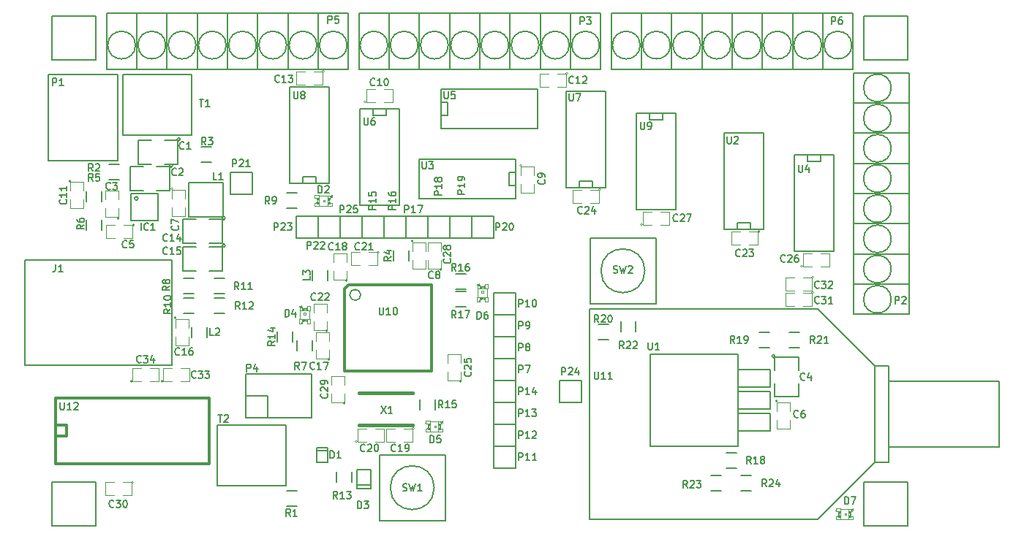
<source format=gto>
%FSLAX46Y46*%
G04 Gerber Fmt 4.6, Leading zero omitted, Abs format (unit mm)*
G04 Created by KiCad (PCBNEW (2014-jul-16 BZR unknown)-product) date 2014-10-28T19:03:25 CET*
%MOMM*%
G01*
G04 APERTURE LIST*
%ADD10C,0.100000*%
%ADD11C,0.127000*%
%ADD12C,0.099060*%
%ADD13C,0.066040*%
%ADD14C,0.101600*%
%ADD15C,0.050800*%
%ADD16C,0.150000*%
%ADD17C,0.129540*%
%ADD18C,0.203200*%
%ADD19C,0.304800*%
%ADD20C,0.381000*%
%ADD21C,0.152400*%
%ADD22C,0.160000*%
G04 APERTURE END LIST*
D10*
D11*
X65330605Y-64770000D02*
G75*
G03X65330605Y-64770000I-179605J0D01*
G74*
G01*
X63500000Y-67691000D02*
X65024000Y-67691000D01*
X65024000Y-67691000D02*
X65024000Y-64897000D01*
X65024000Y-64897000D02*
X63500000Y-64897000D01*
X61976000Y-64897000D02*
X60452000Y-64897000D01*
X60452000Y-64897000D02*
X60452000Y-67691000D01*
X60452000Y-67691000D02*
X61976000Y-67691000D01*
X64441605Y-67818000D02*
G75*
G03X64441605Y-67818000I-179605J0D01*
G74*
G01*
X62611000Y-70739000D02*
X64135000Y-70739000D01*
X64135000Y-70739000D02*
X64135000Y-67945000D01*
X64135000Y-67945000D02*
X62611000Y-67945000D01*
X61087000Y-67945000D02*
X59563000Y-67945000D01*
X59563000Y-67945000D02*
X59563000Y-70739000D01*
X59563000Y-70739000D02*
X61087000Y-70739000D01*
D12*
X58293000Y-73914000D02*
G75*
G03X58293000Y-73914000I-127000J0D01*
G74*
G01*
X58166000Y-72771000D02*
X58166000Y-73787000D01*
X58166000Y-73787000D02*
X56642000Y-73787000D01*
X56642000Y-73787000D02*
X56642000Y-72771000D01*
X56642000Y-71755000D02*
X56642000Y-70739000D01*
X56642000Y-70739000D02*
X58166000Y-70739000D01*
X58166000Y-70739000D02*
X58166000Y-71755000D01*
X60071000Y-74676000D02*
G75*
G03X60071000Y-74676000I-127000J0D01*
G74*
G01*
X58801000Y-74676000D02*
X59817000Y-74676000D01*
X59817000Y-74676000D02*
X59817000Y-76200000D01*
X59817000Y-76200000D02*
X58801000Y-76200000D01*
X57785000Y-76200000D02*
X56769000Y-76200000D01*
X56769000Y-76200000D02*
X56769000Y-74676000D01*
X56769000Y-74676000D02*
X57785000Y-74676000D01*
X134493000Y-95123000D02*
G75*
G03X134493000Y-95123000I-127000J0D01*
G74*
G01*
X134366000Y-96266000D02*
X134366000Y-95250000D01*
X134366000Y-95250000D02*
X135890000Y-95250000D01*
X135890000Y-95250000D02*
X135890000Y-96266000D01*
X135890000Y-97282000D02*
X135890000Y-98298000D01*
X135890000Y-98298000D02*
X134366000Y-98298000D01*
X134366000Y-98298000D02*
X134366000Y-97282000D01*
X64516000Y-70485000D02*
G75*
G03X64516000Y-70485000I-127000J0D01*
G74*
G01*
X64389000Y-71628000D02*
X64389000Y-70612000D01*
X64389000Y-70612000D02*
X65913000Y-70612000D01*
X65913000Y-70612000D02*
X65913000Y-71628000D01*
X65913000Y-72644000D02*
X65913000Y-73660000D01*
X65913000Y-73660000D02*
X64389000Y-73660000D01*
X64389000Y-73660000D02*
X64389000Y-72644000D01*
X92329000Y-76581000D02*
G75*
G03X92329000Y-76581000I-127000J0D01*
G74*
G01*
X92202000Y-77724000D02*
X92202000Y-76708000D01*
X92202000Y-76708000D02*
X93726000Y-76708000D01*
X93726000Y-76708000D02*
X93726000Y-77724000D01*
X93726000Y-78740000D02*
X93726000Y-79756000D01*
X93726000Y-79756000D02*
X92202000Y-79756000D01*
X92202000Y-79756000D02*
X92202000Y-78740000D01*
X104902000Y-67818000D02*
G75*
G03X104902000Y-67818000I-127000J0D01*
G74*
G01*
X104775000Y-68961000D02*
X104775000Y-67945000D01*
X104775000Y-67945000D02*
X106299000Y-67945000D01*
X106299000Y-67945000D02*
X106299000Y-68961000D01*
X106299000Y-69977000D02*
X106299000Y-70993000D01*
X106299000Y-70993000D02*
X104775000Y-70993000D01*
X104775000Y-70993000D02*
X104775000Y-69977000D01*
X86868000Y-60452000D02*
G75*
G03X86868000Y-60452000I-127000J0D01*
G74*
G01*
X87884000Y-60452000D02*
X86868000Y-60452000D01*
X86868000Y-60452000D02*
X86868000Y-58928000D01*
X86868000Y-58928000D02*
X87884000Y-58928000D01*
X88900000Y-58928000D02*
X89916000Y-58928000D01*
X89916000Y-58928000D02*
X89916000Y-60452000D01*
X89916000Y-60452000D02*
X88900000Y-60452000D01*
X52705000Y-69596000D02*
G75*
G03X52705000Y-69596000I-127000J0D01*
G74*
G01*
X52578000Y-70739000D02*
X52578000Y-69723000D01*
X52578000Y-69723000D02*
X54102000Y-69723000D01*
X54102000Y-69723000D02*
X54102000Y-70739000D01*
X54102000Y-71755000D02*
X54102000Y-72771000D01*
X54102000Y-72771000D02*
X52578000Y-72771000D01*
X52578000Y-72771000D02*
X52578000Y-71755000D01*
X110236000Y-57150000D02*
G75*
G03X110236000Y-57150000I-127000J0D01*
G74*
G01*
X108966000Y-57150000D02*
X109982000Y-57150000D01*
X109982000Y-57150000D02*
X109982000Y-58674000D01*
X109982000Y-58674000D02*
X108966000Y-58674000D01*
X107950000Y-58674000D02*
X106934000Y-58674000D01*
X106934000Y-58674000D02*
X106934000Y-57150000D01*
X106934000Y-57150000D02*
X107950000Y-57150000D01*
X82042000Y-56896000D02*
G75*
G03X82042000Y-56896000I-127000J0D01*
G74*
G01*
X80772000Y-56896000D02*
X81788000Y-56896000D01*
X81788000Y-56896000D02*
X81788000Y-58420000D01*
X81788000Y-58420000D02*
X80772000Y-58420000D01*
X79756000Y-58420000D02*
X78740000Y-58420000D01*
X78740000Y-58420000D02*
X78740000Y-56896000D01*
X78740000Y-56896000D02*
X79756000Y-56896000D01*
D11*
X70537605Y-73914000D02*
G75*
G03X70537605Y-73914000I-179605J0D01*
G74*
G01*
X68707000Y-76835000D02*
X70231000Y-76835000D01*
X70231000Y-76835000D02*
X70231000Y-74041000D01*
X70231000Y-74041000D02*
X68707000Y-74041000D01*
X67183000Y-74041000D02*
X65659000Y-74041000D01*
X65659000Y-74041000D02*
X65659000Y-76835000D01*
X65659000Y-76835000D02*
X67183000Y-76835000D01*
X70537605Y-77089000D02*
G75*
G03X70537605Y-77089000I-179605J0D01*
G74*
G01*
X68707000Y-80010000D02*
X70231000Y-80010000D01*
X70231000Y-80010000D02*
X70231000Y-77216000D01*
X70231000Y-77216000D02*
X68707000Y-77216000D01*
X67183000Y-77216000D02*
X65659000Y-77216000D01*
X65659000Y-77216000D02*
X65659000Y-80010000D01*
X65659000Y-80010000D02*
X67183000Y-80010000D01*
D12*
X64897000Y-85471000D02*
G75*
G03X64897000Y-85471000I-127000J0D01*
G74*
G01*
X64770000Y-86614000D02*
X64770000Y-85598000D01*
X64770000Y-85598000D02*
X66294000Y-85598000D01*
X66294000Y-85598000D02*
X66294000Y-86614000D01*
X66294000Y-87630000D02*
X66294000Y-88646000D01*
X66294000Y-88646000D02*
X64770000Y-88646000D01*
X64770000Y-88646000D02*
X64770000Y-87630000D01*
X82677000Y-90297000D02*
G75*
G03X82677000Y-90297000I-127000J0D01*
G74*
G01*
X82550000Y-89154000D02*
X82550000Y-90170000D01*
X82550000Y-90170000D02*
X81026000Y-90170000D01*
X81026000Y-90170000D02*
X81026000Y-89154000D01*
X81026000Y-88138000D02*
X81026000Y-87122000D01*
X81026000Y-87122000D02*
X82550000Y-87122000D01*
X82550000Y-87122000D02*
X82550000Y-88138000D01*
X84709000Y-81153000D02*
G75*
G03X84709000Y-81153000I-127000J0D01*
G74*
G01*
X84582000Y-80010000D02*
X84582000Y-81026000D01*
X84582000Y-81026000D02*
X83058000Y-81026000D01*
X83058000Y-81026000D02*
X83058000Y-80010000D01*
X83058000Y-78994000D02*
X83058000Y-77978000D01*
X83058000Y-77978000D02*
X84582000Y-77978000D01*
X84582000Y-77978000D02*
X84582000Y-78994000D01*
X92456000Y-98298000D02*
G75*
G03X92456000Y-98298000I-127000J0D01*
G74*
G01*
X91186000Y-98298000D02*
X92202000Y-98298000D01*
X92202000Y-98298000D02*
X92202000Y-99822000D01*
X92202000Y-99822000D02*
X91186000Y-99822000D01*
X90170000Y-99822000D02*
X89154000Y-99822000D01*
X89154000Y-99822000D02*
X89154000Y-98298000D01*
X89154000Y-98298000D02*
X90170000Y-98298000D01*
X85852000Y-99822000D02*
G75*
G03X85852000Y-99822000I-127000J0D01*
G74*
G01*
X86868000Y-99822000D02*
X85852000Y-99822000D01*
X85852000Y-99822000D02*
X85852000Y-98298000D01*
X85852000Y-98298000D02*
X86868000Y-98298000D01*
X87884000Y-98298000D02*
X88900000Y-98298000D01*
X88900000Y-98298000D02*
X88900000Y-99822000D01*
X88900000Y-99822000D02*
X87884000Y-99822000D01*
X88392000Y-77851000D02*
G75*
G03X88392000Y-77851000I-127000J0D01*
G74*
G01*
X87122000Y-77851000D02*
X88138000Y-77851000D01*
X88138000Y-77851000D02*
X88138000Y-79375000D01*
X88138000Y-79375000D02*
X87122000Y-79375000D01*
X86106000Y-79375000D02*
X85090000Y-79375000D01*
X85090000Y-79375000D02*
X85090000Y-77851000D01*
X85090000Y-77851000D02*
X86106000Y-77851000D01*
X82423000Y-86995000D02*
G75*
G03X82423000Y-86995000I-127000J0D01*
G74*
G01*
X82296000Y-85852000D02*
X82296000Y-86868000D01*
X82296000Y-86868000D02*
X80772000Y-86868000D01*
X80772000Y-86868000D02*
X80772000Y-85852000D01*
X80772000Y-84836000D02*
X80772000Y-83820000D01*
X80772000Y-83820000D02*
X82296000Y-83820000D01*
X82296000Y-83820000D02*
X82296000Y-84836000D01*
X132461000Y-75438000D02*
G75*
G03X132461000Y-75438000I-127000J0D01*
G74*
G01*
X131191000Y-75438000D02*
X132207000Y-75438000D01*
X132207000Y-75438000D02*
X132207000Y-76962000D01*
X132207000Y-76962000D02*
X131191000Y-76962000D01*
X130175000Y-76962000D02*
X129159000Y-76962000D01*
X129159000Y-76962000D02*
X129159000Y-75438000D01*
X129159000Y-75438000D02*
X130175000Y-75438000D01*
X114046000Y-70612000D02*
G75*
G03X114046000Y-70612000I-127000J0D01*
G74*
G01*
X112776000Y-70612000D02*
X113792000Y-70612000D01*
X113792000Y-70612000D02*
X113792000Y-72136000D01*
X113792000Y-72136000D02*
X112776000Y-72136000D01*
X111760000Y-72136000D02*
X110744000Y-72136000D01*
X110744000Y-72136000D02*
X110744000Y-70612000D01*
X110744000Y-70612000D02*
X111760000Y-70612000D01*
X97917000Y-92837000D02*
G75*
G03X97917000Y-92837000I-127000J0D01*
G74*
G01*
X97790000Y-91694000D02*
X97790000Y-92710000D01*
X97790000Y-92710000D02*
X96266000Y-92710000D01*
X96266000Y-92710000D02*
X96266000Y-91694000D01*
X96266000Y-90678000D02*
X96266000Y-89662000D01*
X96266000Y-89662000D02*
X97790000Y-89662000D01*
X97790000Y-89662000D02*
X97790000Y-90678000D01*
X137414000Y-79502000D02*
G75*
G03X137414000Y-79502000I-127000J0D01*
G74*
G01*
X138430000Y-79502000D02*
X137414000Y-79502000D01*
X137414000Y-79502000D02*
X137414000Y-77978000D01*
X137414000Y-77978000D02*
X138430000Y-77978000D01*
X139446000Y-77978000D02*
X140462000Y-77978000D01*
X140462000Y-77978000D02*
X140462000Y-79502000D01*
X140462000Y-79502000D02*
X139446000Y-79502000D01*
X118872000Y-74676000D02*
G75*
G03X118872000Y-74676000I-127000J0D01*
G74*
G01*
X119888000Y-74676000D02*
X118872000Y-74676000D01*
X118872000Y-74676000D02*
X118872000Y-73152000D01*
X118872000Y-73152000D02*
X119888000Y-73152000D01*
X120904000Y-73152000D02*
X121920000Y-73152000D01*
X121920000Y-73152000D02*
X121920000Y-74676000D01*
X121920000Y-74676000D02*
X120904000Y-74676000D01*
X95631000Y-79883000D02*
G75*
G03X95631000Y-79883000I-127000J0D01*
G74*
G01*
X95504000Y-78740000D02*
X95504000Y-79756000D01*
X95504000Y-79756000D02*
X93980000Y-79756000D01*
X93980000Y-79756000D02*
X93980000Y-78740000D01*
X93980000Y-77724000D02*
X93980000Y-76708000D01*
X93980000Y-76708000D02*
X95504000Y-76708000D01*
X95504000Y-76708000D02*
X95504000Y-77724000D01*
X84455000Y-95377000D02*
G75*
G03X84455000Y-95377000I-127000J0D01*
G74*
G01*
X84328000Y-94234000D02*
X84328000Y-95250000D01*
X84328000Y-95250000D02*
X82804000Y-95250000D01*
X82804000Y-95250000D02*
X82804000Y-94234000D01*
X82804000Y-93218000D02*
X82804000Y-92202000D01*
X82804000Y-92202000D02*
X84328000Y-92202000D01*
X84328000Y-92202000D02*
X84328000Y-93218000D01*
X59944000Y-104521000D02*
G75*
G03X59944000Y-104521000I-127000J0D01*
G74*
G01*
X58674000Y-104521000D02*
X59690000Y-104521000D01*
X59690000Y-104521000D02*
X59690000Y-106045000D01*
X59690000Y-106045000D02*
X58674000Y-106045000D01*
X57658000Y-106045000D02*
X56642000Y-106045000D01*
X56642000Y-106045000D02*
X56642000Y-104521000D01*
X56642000Y-104521000D02*
X57658000Y-104521000D01*
X138684000Y-82550000D02*
G75*
G03X138684000Y-82550000I-127000J0D01*
G74*
G01*
X137414000Y-82550000D02*
X138430000Y-82550000D01*
X138430000Y-82550000D02*
X138430000Y-84074000D01*
X138430000Y-84074000D02*
X137414000Y-84074000D01*
X136398000Y-84074000D02*
X135382000Y-84074000D01*
X135382000Y-84074000D02*
X135382000Y-82550000D01*
X135382000Y-82550000D02*
X136398000Y-82550000D01*
X138684000Y-80772000D02*
G75*
G03X138684000Y-80772000I-127000J0D01*
G74*
G01*
X137414000Y-80772000D02*
X138430000Y-80772000D01*
X138430000Y-80772000D02*
X138430000Y-82296000D01*
X138430000Y-82296000D02*
X137414000Y-82296000D01*
X136398000Y-82296000D02*
X135382000Y-82296000D01*
X135382000Y-82296000D02*
X135382000Y-80772000D01*
X135382000Y-80772000D02*
X136398000Y-80772000D01*
X63373000Y-92837000D02*
G75*
G03X63373000Y-92837000I-127000J0D01*
G74*
G01*
X64389000Y-92837000D02*
X63373000Y-92837000D01*
X63373000Y-92837000D02*
X63373000Y-91313000D01*
X63373000Y-91313000D02*
X64389000Y-91313000D01*
X65405000Y-91313000D02*
X66421000Y-91313000D01*
X66421000Y-91313000D02*
X66421000Y-92837000D01*
X66421000Y-92837000D02*
X65405000Y-92837000D01*
D13*
X82412840Y-72181720D02*
X82412840Y-72506840D01*
X82412840Y-72506840D02*
X82913220Y-72506840D01*
X82913220Y-72181720D02*
X82913220Y-72506840D01*
X82412840Y-72181720D02*
X82913220Y-72181720D01*
X82412840Y-71559420D02*
X82412840Y-71709280D01*
X82412840Y-71709280D02*
X82664300Y-71709280D01*
X82664300Y-71559420D02*
X82664300Y-71709280D01*
X82412840Y-71559420D02*
X82664300Y-71559420D01*
X82412840Y-72054720D02*
X82412840Y-72204580D01*
X82412840Y-72204580D02*
X82664300Y-72204580D01*
X82664300Y-72054720D02*
X82664300Y-72204580D01*
X82412840Y-72054720D02*
X82664300Y-72054720D01*
X82412840Y-71683880D02*
X82412840Y-72080120D01*
X82412840Y-72080120D02*
X82588100Y-72080120D01*
X82588100Y-71683880D02*
X82588100Y-72080120D01*
X82412840Y-71683880D02*
X82588100Y-71683880D01*
X80916780Y-72181720D02*
X80916780Y-72506840D01*
X80916780Y-72506840D02*
X81417160Y-72506840D01*
X81417160Y-72181720D02*
X81417160Y-72506840D01*
X80916780Y-72181720D02*
X81417160Y-72181720D01*
X80916780Y-71257160D02*
X80916780Y-71582280D01*
X80916780Y-71582280D02*
X81417160Y-71582280D01*
X81417160Y-71257160D02*
X81417160Y-71582280D01*
X80916780Y-71257160D02*
X81417160Y-71257160D01*
X81165700Y-72054720D02*
X81165700Y-72204580D01*
X81165700Y-72204580D02*
X81417160Y-72204580D01*
X81417160Y-72054720D02*
X81417160Y-72204580D01*
X81165700Y-72054720D02*
X81417160Y-72054720D01*
X81165700Y-71559420D02*
X81165700Y-71709280D01*
X81165700Y-71709280D02*
X81417160Y-71709280D01*
X81417160Y-71559420D02*
X81417160Y-71709280D01*
X81165700Y-71559420D02*
X81417160Y-71559420D01*
X81241900Y-71683880D02*
X81241900Y-72080120D01*
X81241900Y-72080120D02*
X81417160Y-72080120D01*
X81417160Y-71683880D02*
X81417160Y-72080120D01*
X81241900Y-71683880D02*
X81417160Y-71683880D01*
X81915000Y-71782940D02*
X81915000Y-71981060D01*
X81915000Y-71981060D02*
X82113120Y-71981060D01*
X82113120Y-71782940D02*
X82113120Y-71981060D01*
X81915000Y-71782940D02*
X82113120Y-71782940D01*
X82412840Y-71282560D02*
X82412840Y-71582280D01*
X82412840Y-71582280D02*
X82712560Y-71582280D01*
X82712560Y-71282560D02*
X82712560Y-71582280D01*
X82412840Y-71282560D02*
X82712560Y-71282560D01*
X82839560Y-71257160D02*
X82839560Y-71483220D01*
X82839560Y-71483220D02*
X82913220Y-71483220D01*
X82913220Y-71257160D02*
X82913220Y-71483220D01*
X82839560Y-71257160D02*
X82913220Y-71257160D01*
D14*
X82438240Y-72456040D02*
X81391760Y-72456040D01*
X81417160Y-71307960D02*
X82839560Y-71307960D01*
D15*
X82835202Y-71432420D02*
G75*
G03X82835202Y-71432420I-71842J0D01*
G74*
G01*
D14*
X82913220Y-71534020D02*
G75*
G03X82913220Y-72229980I0J-347980D01*
G74*
G01*
X80916780Y-72229980D02*
G75*
G03X80916780Y-71534020I0J347980D01*
G74*
G01*
D13*
X80055720Y-84592160D02*
X80380840Y-84592160D01*
X80380840Y-84592160D02*
X80380840Y-84091780D01*
X80055720Y-84091780D02*
X80380840Y-84091780D01*
X80055720Y-84592160D02*
X80055720Y-84091780D01*
X79433420Y-84592160D02*
X79583280Y-84592160D01*
X79583280Y-84592160D02*
X79583280Y-84340700D01*
X79433420Y-84340700D02*
X79583280Y-84340700D01*
X79433420Y-84592160D02*
X79433420Y-84340700D01*
X79928720Y-84592160D02*
X80078580Y-84592160D01*
X80078580Y-84592160D02*
X80078580Y-84340700D01*
X79928720Y-84340700D02*
X80078580Y-84340700D01*
X79928720Y-84592160D02*
X79928720Y-84340700D01*
X79557880Y-84592160D02*
X79954120Y-84592160D01*
X79954120Y-84592160D02*
X79954120Y-84416900D01*
X79557880Y-84416900D02*
X79954120Y-84416900D01*
X79557880Y-84592160D02*
X79557880Y-84416900D01*
X80055720Y-86088220D02*
X80380840Y-86088220D01*
X80380840Y-86088220D02*
X80380840Y-85587840D01*
X80055720Y-85587840D02*
X80380840Y-85587840D01*
X80055720Y-86088220D02*
X80055720Y-85587840D01*
X79131160Y-86088220D02*
X79456280Y-86088220D01*
X79456280Y-86088220D02*
X79456280Y-85587840D01*
X79131160Y-85587840D02*
X79456280Y-85587840D01*
X79131160Y-86088220D02*
X79131160Y-85587840D01*
X79928720Y-85839300D02*
X80078580Y-85839300D01*
X80078580Y-85839300D02*
X80078580Y-85587840D01*
X79928720Y-85587840D02*
X80078580Y-85587840D01*
X79928720Y-85839300D02*
X79928720Y-85587840D01*
X79433420Y-85839300D02*
X79583280Y-85839300D01*
X79583280Y-85839300D02*
X79583280Y-85587840D01*
X79433420Y-85587840D02*
X79583280Y-85587840D01*
X79433420Y-85839300D02*
X79433420Y-85587840D01*
X79557880Y-85763100D02*
X79954120Y-85763100D01*
X79954120Y-85763100D02*
X79954120Y-85587840D01*
X79557880Y-85587840D02*
X79954120Y-85587840D01*
X79557880Y-85763100D02*
X79557880Y-85587840D01*
X79656940Y-85090000D02*
X79855060Y-85090000D01*
X79855060Y-85090000D02*
X79855060Y-84891880D01*
X79656940Y-84891880D02*
X79855060Y-84891880D01*
X79656940Y-85090000D02*
X79656940Y-84891880D01*
X79156560Y-84592160D02*
X79456280Y-84592160D01*
X79456280Y-84592160D02*
X79456280Y-84292440D01*
X79156560Y-84292440D02*
X79456280Y-84292440D01*
X79156560Y-84592160D02*
X79156560Y-84292440D01*
X79131160Y-84165440D02*
X79357220Y-84165440D01*
X79357220Y-84165440D02*
X79357220Y-84091780D01*
X79131160Y-84091780D02*
X79357220Y-84091780D01*
X79131160Y-84165440D02*
X79131160Y-84091780D01*
D14*
X80330040Y-84566760D02*
X80330040Y-85613240D01*
X79181960Y-85587840D02*
X79181960Y-84165440D01*
D15*
X79378262Y-84241640D02*
G75*
G03X79378262Y-84241640I-71842J0D01*
G74*
G01*
D14*
X79408020Y-84091780D02*
G75*
G03X80103980Y-84091780I347980J0D01*
G74*
G01*
X80103980Y-86088220D02*
G75*
G03X79408020Y-86088220I-347980J0D01*
G74*
G01*
D13*
X95239840Y-98343720D02*
X95239840Y-98668840D01*
X95239840Y-98668840D02*
X95740220Y-98668840D01*
X95740220Y-98343720D02*
X95740220Y-98668840D01*
X95239840Y-98343720D02*
X95740220Y-98343720D01*
X95239840Y-97721420D02*
X95239840Y-97871280D01*
X95239840Y-97871280D02*
X95491300Y-97871280D01*
X95491300Y-97721420D02*
X95491300Y-97871280D01*
X95239840Y-97721420D02*
X95491300Y-97721420D01*
X95239840Y-98216720D02*
X95239840Y-98366580D01*
X95239840Y-98366580D02*
X95491300Y-98366580D01*
X95491300Y-98216720D02*
X95491300Y-98366580D01*
X95239840Y-98216720D02*
X95491300Y-98216720D01*
X95239840Y-97845880D02*
X95239840Y-98242120D01*
X95239840Y-98242120D02*
X95415100Y-98242120D01*
X95415100Y-97845880D02*
X95415100Y-98242120D01*
X95239840Y-97845880D02*
X95415100Y-97845880D01*
X93743780Y-98343720D02*
X93743780Y-98668840D01*
X93743780Y-98668840D02*
X94244160Y-98668840D01*
X94244160Y-98343720D02*
X94244160Y-98668840D01*
X93743780Y-98343720D02*
X94244160Y-98343720D01*
X93743780Y-97419160D02*
X93743780Y-97744280D01*
X93743780Y-97744280D02*
X94244160Y-97744280D01*
X94244160Y-97419160D02*
X94244160Y-97744280D01*
X93743780Y-97419160D02*
X94244160Y-97419160D01*
X93992700Y-98216720D02*
X93992700Y-98366580D01*
X93992700Y-98366580D02*
X94244160Y-98366580D01*
X94244160Y-98216720D02*
X94244160Y-98366580D01*
X93992700Y-98216720D02*
X94244160Y-98216720D01*
X93992700Y-97721420D02*
X93992700Y-97871280D01*
X93992700Y-97871280D02*
X94244160Y-97871280D01*
X94244160Y-97721420D02*
X94244160Y-97871280D01*
X93992700Y-97721420D02*
X94244160Y-97721420D01*
X94068900Y-97845880D02*
X94068900Y-98242120D01*
X94068900Y-98242120D02*
X94244160Y-98242120D01*
X94244160Y-97845880D02*
X94244160Y-98242120D01*
X94068900Y-97845880D02*
X94244160Y-97845880D01*
X94742000Y-97944940D02*
X94742000Y-98143060D01*
X94742000Y-98143060D02*
X94940120Y-98143060D01*
X94940120Y-97944940D02*
X94940120Y-98143060D01*
X94742000Y-97944940D02*
X94940120Y-97944940D01*
X95239840Y-97444560D02*
X95239840Y-97744280D01*
X95239840Y-97744280D02*
X95539560Y-97744280D01*
X95539560Y-97444560D02*
X95539560Y-97744280D01*
X95239840Y-97444560D02*
X95539560Y-97444560D01*
X95666560Y-97419160D02*
X95666560Y-97645220D01*
X95666560Y-97645220D02*
X95740220Y-97645220D01*
X95740220Y-97419160D02*
X95740220Y-97645220D01*
X95666560Y-97419160D02*
X95740220Y-97419160D01*
D14*
X95265240Y-98618040D02*
X94218760Y-98618040D01*
X94244160Y-97469960D02*
X95666560Y-97469960D01*
D15*
X95662202Y-97594420D02*
G75*
G03X95662202Y-97594420I-71842J0D01*
G74*
G01*
D14*
X95740220Y-97696020D02*
G75*
G03X95740220Y-98391980I0J-347980D01*
G74*
G01*
X93743780Y-98391980D02*
G75*
G03X93743780Y-97696020I0J347980D01*
G74*
G01*
D13*
X100629720Y-82052160D02*
X100954840Y-82052160D01*
X100954840Y-82052160D02*
X100954840Y-81551780D01*
X100629720Y-81551780D02*
X100954840Y-81551780D01*
X100629720Y-82052160D02*
X100629720Y-81551780D01*
X100007420Y-82052160D02*
X100157280Y-82052160D01*
X100157280Y-82052160D02*
X100157280Y-81800700D01*
X100007420Y-81800700D02*
X100157280Y-81800700D01*
X100007420Y-82052160D02*
X100007420Y-81800700D01*
X100502720Y-82052160D02*
X100652580Y-82052160D01*
X100652580Y-82052160D02*
X100652580Y-81800700D01*
X100502720Y-81800700D02*
X100652580Y-81800700D01*
X100502720Y-82052160D02*
X100502720Y-81800700D01*
X100131880Y-82052160D02*
X100528120Y-82052160D01*
X100528120Y-82052160D02*
X100528120Y-81876900D01*
X100131880Y-81876900D02*
X100528120Y-81876900D01*
X100131880Y-82052160D02*
X100131880Y-81876900D01*
X100629720Y-83548220D02*
X100954840Y-83548220D01*
X100954840Y-83548220D02*
X100954840Y-83047840D01*
X100629720Y-83047840D02*
X100954840Y-83047840D01*
X100629720Y-83548220D02*
X100629720Y-83047840D01*
X99705160Y-83548220D02*
X100030280Y-83548220D01*
X100030280Y-83548220D02*
X100030280Y-83047840D01*
X99705160Y-83047840D02*
X100030280Y-83047840D01*
X99705160Y-83548220D02*
X99705160Y-83047840D01*
X100502720Y-83299300D02*
X100652580Y-83299300D01*
X100652580Y-83299300D02*
X100652580Y-83047840D01*
X100502720Y-83047840D02*
X100652580Y-83047840D01*
X100502720Y-83299300D02*
X100502720Y-83047840D01*
X100007420Y-83299300D02*
X100157280Y-83299300D01*
X100157280Y-83299300D02*
X100157280Y-83047840D01*
X100007420Y-83047840D02*
X100157280Y-83047840D01*
X100007420Y-83299300D02*
X100007420Y-83047840D01*
X100131880Y-83223100D02*
X100528120Y-83223100D01*
X100528120Y-83223100D02*
X100528120Y-83047840D01*
X100131880Y-83047840D02*
X100528120Y-83047840D01*
X100131880Y-83223100D02*
X100131880Y-83047840D01*
X100230940Y-82550000D02*
X100429060Y-82550000D01*
X100429060Y-82550000D02*
X100429060Y-82351880D01*
X100230940Y-82351880D02*
X100429060Y-82351880D01*
X100230940Y-82550000D02*
X100230940Y-82351880D01*
X99730560Y-82052160D02*
X100030280Y-82052160D01*
X100030280Y-82052160D02*
X100030280Y-81752440D01*
X99730560Y-81752440D02*
X100030280Y-81752440D01*
X99730560Y-82052160D02*
X99730560Y-81752440D01*
X99705160Y-81625440D02*
X99931220Y-81625440D01*
X99931220Y-81625440D02*
X99931220Y-81551780D01*
X99705160Y-81551780D02*
X99931220Y-81551780D01*
X99705160Y-81625440D02*
X99705160Y-81551780D01*
D14*
X100904040Y-82026760D02*
X100904040Y-83073240D01*
X99755960Y-83047840D02*
X99755960Y-81625440D01*
D15*
X99952262Y-81701640D02*
G75*
G03X99952262Y-81701640I-71842J0D01*
G74*
G01*
D14*
X99982020Y-81551780D02*
G75*
G03X100677980Y-81551780I347980J0D01*
G74*
G01*
X100677980Y-83548220D02*
G75*
G03X99982020Y-83548220I-347980J0D01*
G74*
G01*
D13*
X142737840Y-108503720D02*
X142737840Y-108828840D01*
X142737840Y-108828840D02*
X143238220Y-108828840D01*
X143238220Y-108503720D02*
X143238220Y-108828840D01*
X142737840Y-108503720D02*
X143238220Y-108503720D01*
X142737840Y-107881420D02*
X142737840Y-108031280D01*
X142737840Y-108031280D02*
X142989300Y-108031280D01*
X142989300Y-107881420D02*
X142989300Y-108031280D01*
X142737840Y-107881420D02*
X142989300Y-107881420D01*
X142737840Y-108376720D02*
X142737840Y-108526580D01*
X142737840Y-108526580D02*
X142989300Y-108526580D01*
X142989300Y-108376720D02*
X142989300Y-108526580D01*
X142737840Y-108376720D02*
X142989300Y-108376720D01*
X142737840Y-108005880D02*
X142737840Y-108402120D01*
X142737840Y-108402120D02*
X142913100Y-108402120D01*
X142913100Y-108005880D02*
X142913100Y-108402120D01*
X142737840Y-108005880D02*
X142913100Y-108005880D01*
X141241780Y-108503720D02*
X141241780Y-108828840D01*
X141241780Y-108828840D02*
X141742160Y-108828840D01*
X141742160Y-108503720D02*
X141742160Y-108828840D01*
X141241780Y-108503720D02*
X141742160Y-108503720D01*
X141241780Y-107579160D02*
X141241780Y-107904280D01*
X141241780Y-107904280D02*
X141742160Y-107904280D01*
X141742160Y-107579160D02*
X141742160Y-107904280D01*
X141241780Y-107579160D02*
X141742160Y-107579160D01*
X141490700Y-108376720D02*
X141490700Y-108526580D01*
X141490700Y-108526580D02*
X141742160Y-108526580D01*
X141742160Y-108376720D02*
X141742160Y-108526580D01*
X141490700Y-108376720D02*
X141742160Y-108376720D01*
X141490700Y-107881420D02*
X141490700Y-108031280D01*
X141490700Y-108031280D02*
X141742160Y-108031280D01*
X141742160Y-107881420D02*
X141742160Y-108031280D01*
X141490700Y-107881420D02*
X141742160Y-107881420D01*
X141566900Y-108005880D02*
X141566900Y-108402120D01*
X141566900Y-108402120D02*
X141742160Y-108402120D01*
X141742160Y-108005880D02*
X141742160Y-108402120D01*
X141566900Y-108005880D02*
X141742160Y-108005880D01*
X142240000Y-108104940D02*
X142240000Y-108303060D01*
X142240000Y-108303060D02*
X142438120Y-108303060D01*
X142438120Y-108104940D02*
X142438120Y-108303060D01*
X142240000Y-108104940D02*
X142438120Y-108104940D01*
X142737840Y-107604560D02*
X142737840Y-107904280D01*
X142737840Y-107904280D02*
X143037560Y-107904280D01*
X143037560Y-107604560D02*
X143037560Y-107904280D01*
X142737840Y-107604560D02*
X143037560Y-107604560D01*
X143164560Y-107579160D02*
X143164560Y-107805220D01*
X143164560Y-107805220D02*
X143238220Y-107805220D01*
X143238220Y-107579160D02*
X143238220Y-107805220D01*
X143164560Y-107579160D02*
X143238220Y-107579160D01*
D14*
X142763240Y-108778040D02*
X141716760Y-108778040D01*
X141742160Y-107629960D02*
X143164560Y-107629960D01*
D15*
X143160202Y-107754420D02*
G75*
G03X143160202Y-107754420I-71842J0D01*
G74*
G01*
D14*
X143238220Y-107856020D02*
G75*
G03X143238220Y-108551980I0J-347980D01*
G74*
G01*
X141241780Y-108551980D02*
G75*
G03X141241780Y-107856020I0J347980D01*
G74*
G01*
D11*
X47371000Y-78740000D02*
X47371000Y-90932000D01*
X47371000Y-90932000D02*
X64389000Y-90932000D01*
X64389000Y-90932000D02*
X64389000Y-78740000D01*
X64389000Y-78740000D02*
X47371000Y-78740000D01*
D16*
X66326000Y-69755000D02*
X66326000Y-73755000D01*
X66326000Y-73755000D02*
X70326000Y-73755000D01*
X70326000Y-73755000D02*
X70326000Y-69755000D01*
X70326000Y-69755000D02*
X66326000Y-69755000D01*
X68439000Y-86522000D02*
X68439000Y-87722000D01*
X66689000Y-87722000D02*
X66689000Y-86522000D01*
X82409000Y-79918000D02*
X82409000Y-81118000D01*
X80659000Y-81118000D02*
X80659000Y-79918000D01*
X50102000Y-67230000D02*
X50102000Y-57230000D01*
X50102000Y-57230000D02*
X58102000Y-57230000D01*
X58102000Y-57230000D02*
X58102000Y-67230000D01*
X58102000Y-67230000D02*
X50102000Y-67230000D01*
X72898000Y-94488000D02*
X75438000Y-94488000D01*
X75438000Y-94488000D02*
X75438000Y-97028000D01*
X72898000Y-97028000D02*
X80518000Y-97028000D01*
X80518000Y-97028000D02*
X80518000Y-91948000D01*
X80518000Y-91948000D02*
X75438000Y-91948000D01*
X72898000Y-97028000D02*
X72898000Y-94488000D01*
X72898000Y-91948000D02*
X72898000Y-94488000D01*
X75438000Y-91948000D02*
X72898000Y-91948000D01*
X101600000Y-90170000D02*
X101600000Y-92710000D01*
X101600000Y-92710000D02*
X104140000Y-92710000D01*
X104140000Y-92710000D02*
X104140000Y-90170000D01*
X104140000Y-90170000D02*
X101600000Y-90170000D01*
X101600000Y-87630000D02*
X101600000Y-90170000D01*
X101600000Y-90170000D02*
X104140000Y-90170000D01*
X104140000Y-90170000D02*
X104140000Y-87630000D01*
X104140000Y-87630000D02*
X101600000Y-87630000D01*
X101600000Y-85090000D02*
X101600000Y-87630000D01*
X101600000Y-87630000D02*
X104140000Y-87630000D01*
X104140000Y-87630000D02*
X104140000Y-85090000D01*
X104140000Y-85090000D02*
X101600000Y-85090000D01*
X101600000Y-82550000D02*
X101600000Y-85090000D01*
X101600000Y-85090000D02*
X104140000Y-85090000D01*
X104140000Y-85090000D02*
X104140000Y-82550000D01*
X104140000Y-82550000D02*
X101600000Y-82550000D01*
X101600000Y-100330000D02*
X101600000Y-102870000D01*
X101600000Y-102870000D02*
X104140000Y-102870000D01*
X104140000Y-102870000D02*
X104140000Y-100330000D01*
X104140000Y-100330000D02*
X101600000Y-100330000D01*
X101600000Y-97790000D02*
X101600000Y-100330000D01*
X101600000Y-100330000D02*
X104140000Y-100330000D01*
X104140000Y-100330000D02*
X104140000Y-97790000D01*
X104140000Y-97790000D02*
X101600000Y-97790000D01*
X101600000Y-95250000D02*
X101600000Y-97790000D01*
X101600000Y-97790000D02*
X104140000Y-97790000D01*
X104140000Y-97790000D02*
X104140000Y-95250000D01*
X104140000Y-95250000D02*
X101600000Y-95250000D01*
X101600000Y-92710000D02*
X101600000Y-95250000D01*
X101600000Y-95250000D02*
X104140000Y-95250000D01*
X104140000Y-95250000D02*
X104140000Y-92710000D01*
X104140000Y-92710000D02*
X101600000Y-92710000D01*
X86360000Y-73660000D02*
X86360000Y-76200000D01*
X86360000Y-76200000D02*
X88900000Y-76200000D01*
X88900000Y-76200000D02*
X88900000Y-73660000D01*
X88900000Y-73660000D02*
X86360000Y-73660000D01*
X88900000Y-73660000D02*
X88900000Y-76200000D01*
X88900000Y-76200000D02*
X91440000Y-76200000D01*
X91440000Y-76200000D02*
X91440000Y-73660000D01*
X91440000Y-73660000D02*
X88900000Y-73660000D01*
X91440000Y-73660000D02*
X91440000Y-76200000D01*
X91440000Y-76200000D02*
X93980000Y-76200000D01*
X93980000Y-76200000D02*
X93980000Y-73660000D01*
X93980000Y-73660000D02*
X91440000Y-73660000D01*
X93980000Y-73660000D02*
X93980000Y-76200000D01*
X93980000Y-76200000D02*
X96520000Y-76200000D01*
X96520000Y-76200000D02*
X96520000Y-73660000D01*
X96520000Y-73660000D02*
X93980000Y-73660000D01*
X96520000Y-73660000D02*
X96520000Y-76200000D01*
X96520000Y-76200000D02*
X99060000Y-76200000D01*
X99060000Y-76200000D02*
X99060000Y-73660000D01*
X99060000Y-73660000D02*
X96520000Y-73660000D01*
X99060000Y-73660000D02*
X99060000Y-76200000D01*
X99060000Y-76200000D02*
X101600000Y-76200000D01*
X101600000Y-76200000D02*
X101600000Y-73660000D01*
X101600000Y-73660000D02*
X99060000Y-73660000D01*
X78832000Y-107301000D02*
X77632000Y-107301000D01*
X77632000Y-105551000D02*
X78832000Y-105551000D01*
X58258000Y-69455000D02*
X57058000Y-69455000D01*
X57058000Y-67705000D02*
X58258000Y-67705000D01*
X67726000Y-65673000D02*
X68926000Y-65673000D01*
X68926000Y-67423000D02*
X67726000Y-67423000D01*
X90057000Y-78832000D02*
X90057000Y-77632000D01*
X91807000Y-77632000D02*
X91807000Y-78832000D01*
X56247000Y-70774000D02*
X56247000Y-71974000D01*
X54497000Y-71974000D02*
X54497000Y-70774000D01*
X56247000Y-74076000D02*
X56247000Y-75276000D01*
X54497000Y-75276000D02*
X54497000Y-74076000D01*
X80631000Y-88046000D02*
X80631000Y-89246000D01*
X78881000Y-89246000D02*
X78881000Y-88046000D01*
X66894000Y-82663000D02*
X65694000Y-82663000D01*
X65694000Y-80913000D02*
X66894000Y-80913000D01*
X78832000Y-72757000D02*
X77632000Y-72757000D01*
X77632000Y-71007000D02*
X78832000Y-71007000D01*
X66894000Y-84949000D02*
X65694000Y-84949000D01*
X65694000Y-83199000D02*
X66894000Y-83199000D01*
X69250000Y-80913000D02*
X70450000Y-80913000D01*
X70450000Y-82663000D02*
X69250000Y-82663000D01*
X69250000Y-83199000D02*
X70450000Y-83199000D01*
X70450000Y-84949000D02*
X69250000Y-84949000D01*
X83453000Y-104486000D02*
X83453000Y-103286000D01*
X85203000Y-103286000D02*
X85203000Y-104486000D01*
X78345000Y-87030000D02*
X78345000Y-88230000D01*
X76595000Y-88230000D02*
X76595000Y-87030000D01*
X93105000Y-96104000D02*
X93105000Y-94904000D01*
X94855000Y-94904000D02*
X94855000Y-96104000D01*
X98390000Y-82155000D02*
X97190000Y-82155000D01*
X97190000Y-80405000D02*
X98390000Y-80405000D01*
X98390000Y-84187000D02*
X97190000Y-84187000D01*
X97190000Y-82437000D02*
X98390000Y-82437000D01*
X129759000Y-102856000D02*
X128559000Y-102856000D01*
X128559000Y-101106000D02*
X129759000Y-101106000D01*
D11*
X94742000Y-105156000D02*
G75*
G03X94742000Y-105156000I-2540000J0D01*
G74*
G01*
X96012000Y-108966000D02*
X88392000Y-108966000D01*
X88392000Y-108966000D02*
X88392000Y-101346000D01*
X88392000Y-101346000D02*
X96012000Y-101346000D01*
X96012000Y-108966000D02*
X96012000Y-101346000D01*
X119126000Y-80010000D02*
G75*
G03X119126000Y-80010000I-2540000J0D01*
G74*
G01*
X112776000Y-76200000D02*
X120396000Y-76200000D01*
X120396000Y-76200000D02*
X120396000Y-83820000D01*
X120396000Y-83820000D02*
X112776000Y-83820000D01*
X112776000Y-76200000D02*
X112776000Y-83820000D01*
D17*
X66675000Y-57404000D02*
X66675000Y-57404000D01*
X66675000Y-57277000D02*
X66675000Y-57404000D01*
X66675000Y-57404000D02*
X66675000Y-57277000D01*
X60452000Y-64262000D02*
X66675000Y-64262000D01*
X66675000Y-64262000D02*
X66675000Y-60706000D01*
X60452000Y-64262000D02*
X58928000Y-64262000D01*
X58928000Y-64262000D02*
X58928000Y-64262000D01*
X58928000Y-64262000D02*
X58928000Y-64262000D01*
X58928000Y-64262000D02*
X58674000Y-64262000D01*
X58674000Y-64262000D02*
X58674000Y-64262000D01*
X58674000Y-64262000D02*
X58674000Y-64262000D01*
X66675000Y-60706000D02*
X66675000Y-57277000D01*
X66675000Y-57277000D02*
X58674000Y-57277000D01*
X58674000Y-57277000D02*
X58674000Y-64262000D01*
X77597000Y-98044000D02*
X77597000Y-98044000D01*
X77597000Y-97917000D02*
X77597000Y-98044000D01*
X77597000Y-98044000D02*
X77597000Y-97917000D01*
X71374000Y-104902000D02*
X77597000Y-104902000D01*
X77597000Y-104902000D02*
X77597000Y-101346000D01*
X71374000Y-104902000D02*
X69850000Y-104902000D01*
X69850000Y-104902000D02*
X69850000Y-104902000D01*
X69850000Y-104902000D02*
X69850000Y-104902000D01*
X69850000Y-104902000D02*
X69596000Y-104902000D01*
X69596000Y-104902000D02*
X69596000Y-104902000D01*
X69596000Y-104902000D02*
X69596000Y-104902000D01*
X77597000Y-101346000D02*
X77597000Y-97917000D01*
X77597000Y-97917000D02*
X69596000Y-97917000D01*
X69596000Y-97917000D02*
X69596000Y-104902000D01*
D11*
X129921000Y-93472000D02*
X133604000Y-93472000D01*
X133604000Y-93472000D02*
X133604000Y-91440000D01*
X133604000Y-91440000D02*
X129921000Y-91440000D01*
X129921000Y-96012000D02*
X133604000Y-96012000D01*
X133604000Y-96012000D02*
X133604000Y-93980000D01*
X133604000Y-93980000D02*
X129921000Y-93980000D01*
X129921000Y-98552000D02*
X133604000Y-98552000D01*
X133604000Y-98552000D02*
X133604000Y-96520000D01*
X133604000Y-96520000D02*
X129921000Y-96520000D01*
X129921000Y-100330000D02*
X129921000Y-89662000D01*
X129921000Y-89662000D02*
X119761000Y-89662000D01*
X119761000Y-89662000D02*
X119761000Y-100330000D01*
X119761000Y-100330000D02*
X129921000Y-100330000D01*
D18*
X129794000Y-75184000D02*
X129794000Y-74422000D01*
X129794000Y-74422000D02*
X131318000Y-74422000D01*
X131318000Y-74422000D02*
X131318000Y-75184000D01*
X128270000Y-64008000D02*
X132842000Y-64008000D01*
X132842000Y-64008000D02*
X132842000Y-75184000D01*
X132842000Y-75184000D02*
X128270000Y-75184000D01*
X128270000Y-75184000D02*
X128270000Y-64008000D01*
X104140000Y-70104000D02*
X103378000Y-70104000D01*
X103378000Y-70104000D02*
X103378000Y-68580000D01*
X103378000Y-68580000D02*
X104140000Y-68580000D01*
X92964000Y-71628000D02*
X92964000Y-67056000D01*
X92964000Y-67056000D02*
X104140000Y-67056000D01*
X104140000Y-67056000D02*
X104140000Y-71628000D01*
X104140000Y-71628000D02*
X92964000Y-71628000D01*
X139446000Y-66548000D02*
X139446000Y-67310000D01*
X139446000Y-67310000D02*
X137922000Y-67310000D01*
X137922000Y-67310000D02*
X137922000Y-66548000D01*
X140970000Y-77724000D02*
X136398000Y-77724000D01*
X136398000Y-77724000D02*
X136398000Y-66548000D01*
X136398000Y-66548000D02*
X140970000Y-66548000D01*
X140970000Y-66548000D02*
X140970000Y-77724000D01*
X95504000Y-60452000D02*
X96266000Y-60452000D01*
X96266000Y-60452000D02*
X96266000Y-61976000D01*
X96266000Y-61976000D02*
X95504000Y-61976000D01*
X106680000Y-58928000D02*
X106680000Y-63500000D01*
X106680000Y-63500000D02*
X95504000Y-63500000D01*
X95504000Y-63500000D02*
X95504000Y-58928000D01*
X95504000Y-58928000D02*
X106680000Y-58928000D01*
X89154000Y-61214000D02*
X89154000Y-61976000D01*
X89154000Y-61976000D02*
X87630000Y-61976000D01*
X87630000Y-61976000D02*
X87630000Y-61214000D01*
X90678000Y-72390000D02*
X86106000Y-72390000D01*
X86106000Y-72390000D02*
X86106000Y-61214000D01*
X86106000Y-61214000D02*
X90678000Y-61214000D01*
X90678000Y-61214000D02*
X90678000Y-72390000D01*
X111506000Y-70358000D02*
X111506000Y-69596000D01*
X111506000Y-69596000D02*
X113030000Y-69596000D01*
X113030000Y-69596000D02*
X113030000Y-70358000D01*
X109982000Y-59182000D02*
X114554000Y-59182000D01*
X114554000Y-59182000D02*
X114554000Y-70358000D01*
X114554000Y-70358000D02*
X109982000Y-70358000D01*
X109982000Y-70358000D02*
X109982000Y-59182000D01*
X79502000Y-69850000D02*
X79502000Y-69088000D01*
X79502000Y-69088000D02*
X81026000Y-69088000D01*
X81026000Y-69088000D02*
X81026000Y-69850000D01*
X77978000Y-58674000D02*
X82550000Y-58674000D01*
X82550000Y-58674000D02*
X82550000Y-69850000D01*
X82550000Y-69850000D02*
X77978000Y-69850000D01*
X77978000Y-69850000D02*
X77978000Y-58674000D01*
X121158000Y-61722000D02*
X121158000Y-62484000D01*
X121158000Y-62484000D02*
X119634000Y-62484000D01*
X119634000Y-62484000D02*
X119634000Y-61722000D01*
X122682000Y-72898000D02*
X118110000Y-72898000D01*
X118110000Y-72898000D02*
X118110000Y-61722000D01*
X118110000Y-61722000D02*
X122682000Y-61722000D01*
X122682000Y-61722000D02*
X122682000Y-72898000D01*
D19*
X94411800Y-81610200D02*
X94411800Y-91617800D01*
X94411800Y-91617800D02*
X84404200Y-91617800D01*
X84404200Y-82092800D02*
X84404200Y-91617800D01*
X84886800Y-81610200D02*
X94411800Y-81610200D01*
X84404200Y-82092800D02*
X84886800Y-81610200D01*
D18*
X86233000Y-82804000D02*
G75*
G03X86233000Y-82804000I-635000J0D01*
G74*
G01*
D16*
X147322000Y-92798000D02*
X160122000Y-92798000D01*
X160122000Y-92798000D02*
X160122000Y-100398000D01*
X160122000Y-100398000D02*
X147322000Y-100398000D01*
X145722000Y-90998000D02*
X147322000Y-90998000D01*
X147322000Y-90998000D02*
X147322000Y-102198000D01*
X147322000Y-102198000D02*
X145722000Y-102198000D01*
X139122000Y-84398000D02*
X145722000Y-90998000D01*
X145722000Y-90998000D02*
X145722000Y-93598000D01*
X112722000Y-84398000D02*
X112722000Y-108798000D01*
X112722000Y-108798000D02*
X139122000Y-108798000D01*
X139122000Y-108798000D02*
X145722000Y-102198000D01*
X145722000Y-102198000D02*
X145722000Y-93598000D01*
X139122000Y-84398000D02*
X112722000Y-84398000D01*
D19*
X68707000Y-96012000D02*
X68707000Y-102362000D01*
X68707000Y-102362000D02*
X50927000Y-102362000D01*
X50927000Y-102362000D02*
X50927000Y-94742000D01*
X50927000Y-94742000D02*
X68707000Y-94742000D01*
X68707000Y-94742000D02*
X68707000Y-96012000D01*
X50927000Y-97917000D02*
X52197000Y-97917000D01*
X52197000Y-97917000D02*
X52197000Y-99187000D01*
X52197000Y-99187000D02*
X50927000Y-99187000D01*
D20*
X86055200Y-94162880D02*
X92252800Y-94162880D01*
X92252800Y-97861120D02*
X86055200Y-97861120D01*
D16*
X87414000Y-104840000D02*
X85814000Y-104840000D01*
X87414000Y-103040000D02*
X85814000Y-103040000D01*
X85814000Y-103040000D02*
X85814000Y-105240000D01*
X85814000Y-105240000D02*
X87414000Y-105240000D01*
X87414000Y-105240000D02*
X87414000Y-103040000D01*
D21*
X60462305Y-71628000D02*
G75*
G03X60462305Y-71628000I-200805J0D01*
G74*
G01*
D18*
X62763400Y-72644000D02*
X62763400Y-71094600D01*
X62763400Y-71094600D02*
X59664600Y-71094600D01*
X59664600Y-71094600D02*
X59664600Y-74193400D01*
X59664600Y-74193400D02*
X62763400Y-74193400D01*
X62763400Y-74193400D02*
X62763400Y-72644000D01*
D16*
X147650000Y-58812000D02*
G75*
G03X147650000Y-58812000I-1600000J0D01*
G74*
G01*
X147650000Y-62312000D02*
G75*
G03X147650000Y-62312000I-1600000J0D01*
G74*
G01*
X147650000Y-65812000D02*
G75*
G03X147650000Y-65812000I-1600000J0D01*
G74*
G01*
X147650000Y-69312000D02*
G75*
G03X147650000Y-69312000I-1600000J0D01*
G74*
G01*
X147650000Y-72812000D02*
G75*
G03X147650000Y-72812000I-1600000J0D01*
G74*
G01*
X147650000Y-76312000D02*
G75*
G03X147650000Y-76312000I-1600000J0D01*
G74*
G01*
X147650000Y-79812000D02*
G75*
G03X147650000Y-79812000I-1600000J0D01*
G74*
G01*
X147650000Y-83312000D02*
G75*
G03X147650000Y-83312000I-1600000J0D01*
G74*
G01*
X149750000Y-60562000D02*
X143250000Y-60562000D01*
X149750000Y-64062000D02*
X143250000Y-64062000D01*
X149750000Y-67562000D02*
X143250000Y-67562000D01*
X149750000Y-71062000D02*
X143250000Y-71062000D01*
X149750000Y-74562000D02*
X143250000Y-74562000D01*
X149750000Y-78062000D02*
X143250000Y-78062000D01*
X143250000Y-81562000D02*
X149750000Y-81562000D01*
X149750000Y-57062000D02*
X149750000Y-85062000D01*
X143250000Y-57062000D02*
X149750000Y-57062000D01*
X143250000Y-85062000D02*
X143250000Y-57062000D01*
X149750000Y-85062000D02*
X143250000Y-85062000D01*
X89368000Y-53848000D02*
G75*
G03X89368000Y-53848000I-1600000J0D01*
G74*
G01*
X92868000Y-53848000D02*
G75*
G03X92868000Y-53848000I-1600000J0D01*
G74*
G01*
X96368000Y-53848000D02*
G75*
G03X96368000Y-53848000I-1600000J0D01*
G74*
G01*
X99868000Y-53848000D02*
G75*
G03X99868000Y-53848000I-1600000J0D01*
G74*
G01*
X103368000Y-53848000D02*
G75*
G03X103368000Y-53848000I-1600000J0D01*
G74*
G01*
X106868000Y-53848000D02*
G75*
G03X106868000Y-53848000I-1600000J0D01*
G74*
G01*
X110368000Y-53848000D02*
G75*
G03X110368000Y-53848000I-1600000J0D01*
G74*
G01*
X113868000Y-53848000D02*
G75*
G03X113868000Y-53848000I-1600000J0D01*
G74*
G01*
X89518000Y-50148000D02*
X89518000Y-56648000D01*
X93018000Y-50148000D02*
X93018000Y-56648000D01*
X96518000Y-50148000D02*
X96518000Y-56648000D01*
X100018000Y-50148000D02*
X100018000Y-56648000D01*
X103518000Y-50148000D02*
X103518000Y-56648000D01*
X107018000Y-50148000D02*
X107018000Y-56648000D01*
X110518000Y-56648000D02*
X110518000Y-50148000D01*
X86018000Y-50148000D02*
X114018000Y-50148000D01*
X86018000Y-56648000D02*
X86018000Y-50148000D01*
X114018000Y-56648000D02*
X86018000Y-56648000D01*
X114018000Y-50148000D02*
X114018000Y-56648000D01*
X60158000Y-53848000D02*
G75*
G03X60158000Y-53848000I-1600000J0D01*
G74*
G01*
X63658000Y-53848000D02*
G75*
G03X63658000Y-53848000I-1600000J0D01*
G74*
G01*
X67158000Y-53848000D02*
G75*
G03X67158000Y-53848000I-1600000J0D01*
G74*
G01*
X70658000Y-53848000D02*
G75*
G03X70658000Y-53848000I-1600000J0D01*
G74*
G01*
X74158000Y-53848000D02*
G75*
G03X74158000Y-53848000I-1600000J0D01*
G74*
G01*
X77658000Y-53848000D02*
G75*
G03X77658000Y-53848000I-1600000J0D01*
G74*
G01*
X81158000Y-53848000D02*
G75*
G03X81158000Y-53848000I-1600000J0D01*
G74*
G01*
X84658000Y-53848000D02*
G75*
G03X84658000Y-53848000I-1600000J0D01*
G74*
G01*
X60308000Y-50148000D02*
X60308000Y-56648000D01*
X63808000Y-50148000D02*
X63808000Y-56648000D01*
X67308000Y-50148000D02*
X67308000Y-56648000D01*
X70808000Y-50148000D02*
X70808000Y-56648000D01*
X74308000Y-50148000D02*
X74308000Y-56648000D01*
X77808000Y-50148000D02*
X77808000Y-56648000D01*
X81308000Y-56648000D02*
X81308000Y-50148000D01*
X56808000Y-50148000D02*
X84808000Y-50148000D01*
X56808000Y-56648000D02*
X56808000Y-50148000D01*
X84808000Y-56648000D02*
X56808000Y-56648000D01*
X84808000Y-50148000D02*
X84808000Y-56648000D01*
X118578000Y-53848000D02*
G75*
G03X118578000Y-53848000I-1600000J0D01*
G74*
G01*
X122078000Y-53848000D02*
G75*
G03X122078000Y-53848000I-1600000J0D01*
G74*
G01*
X125578000Y-53848000D02*
G75*
G03X125578000Y-53848000I-1600000J0D01*
G74*
G01*
X129078000Y-53848000D02*
G75*
G03X129078000Y-53848000I-1600000J0D01*
G74*
G01*
X132578000Y-53848000D02*
G75*
G03X132578000Y-53848000I-1600000J0D01*
G74*
G01*
X136078000Y-53848000D02*
G75*
G03X136078000Y-53848000I-1600000J0D01*
G74*
G01*
X139578000Y-53848000D02*
G75*
G03X139578000Y-53848000I-1600000J0D01*
G74*
G01*
X143078000Y-53848000D02*
G75*
G03X143078000Y-53848000I-1600000J0D01*
G74*
G01*
X118728000Y-50148000D02*
X118728000Y-56648000D01*
X122228000Y-50148000D02*
X122228000Y-56648000D01*
X125728000Y-50148000D02*
X125728000Y-56648000D01*
X129228000Y-50148000D02*
X129228000Y-56648000D01*
X132728000Y-50148000D02*
X132728000Y-56648000D01*
X136228000Y-50148000D02*
X136228000Y-56648000D01*
X139728000Y-56648000D02*
X139728000Y-50148000D01*
X115228000Y-50148000D02*
X143228000Y-50148000D01*
X115228000Y-56648000D02*
X115228000Y-50148000D01*
X143228000Y-56648000D02*
X115228000Y-56648000D01*
X143228000Y-50148000D02*
X143228000Y-56648000D01*
X144460000Y-50460000D02*
X149540000Y-50460000D01*
X149540000Y-50460000D02*
X149540000Y-55540000D01*
X149540000Y-55540000D02*
X144460000Y-55540000D01*
X144460000Y-55540000D02*
X144460000Y-50460000D01*
X50460000Y-50460000D02*
X55540000Y-50460000D01*
X55540000Y-50460000D02*
X55540000Y-55540000D01*
X55540000Y-55540000D02*
X50460000Y-55540000D01*
X50460000Y-55540000D02*
X50460000Y-50460000D01*
X50460000Y-104460000D02*
X55540000Y-104460000D01*
X55540000Y-104460000D02*
X55540000Y-109540000D01*
X55540000Y-109540000D02*
X50460000Y-109540000D01*
X50460000Y-109540000D02*
X50460000Y-104460000D01*
X144460000Y-104460000D02*
X149540000Y-104460000D01*
X149540000Y-104460000D02*
X149540000Y-109540000D01*
X149540000Y-109540000D02*
X144460000Y-109540000D01*
X144460000Y-109540000D02*
X144460000Y-104460000D01*
X81163000Y-100846000D02*
X82413000Y-100846000D01*
X81164000Y-102196000D02*
X82413000Y-102196000D01*
X82413000Y-102196000D02*
X82413000Y-100496000D01*
X82413000Y-100496000D02*
X81163000Y-100496000D01*
X81163000Y-100496000D02*
X81163000Y-102196000D01*
X133569000Y-88886000D02*
X132369000Y-88886000D01*
X132369000Y-87136000D02*
X133569000Y-87136000D01*
X114900000Y-87997000D02*
X113700000Y-87997000D01*
X113700000Y-86247000D02*
X114900000Y-86247000D01*
X136998000Y-88886000D02*
X135798000Y-88886000D01*
X135798000Y-87136000D02*
X136998000Y-87136000D01*
X118096000Y-85887000D02*
X118096000Y-87087000D01*
X116346000Y-87087000D02*
X116346000Y-85887000D01*
X127981000Y-105523000D02*
X126781000Y-105523000D01*
X126781000Y-103773000D02*
X127981000Y-103773000D01*
X131410000Y-105523000D02*
X130210000Y-105523000D01*
X130210000Y-103773000D02*
X131410000Y-103773000D01*
D11*
X134164605Y-89916000D02*
G75*
G03X134164605Y-89916000I-179605J0D01*
G74*
G01*
X136906000Y-91567000D02*
X136906000Y-90043000D01*
X136906000Y-90043000D02*
X134112000Y-90043000D01*
X134112000Y-90043000D02*
X134112000Y-91567000D01*
X134112000Y-93091000D02*
X134112000Y-94615000D01*
X134112000Y-94615000D02*
X136906000Y-94615000D01*
X136906000Y-94615000D02*
X136906000Y-93091000D01*
D12*
X59817000Y-92837000D02*
G75*
G03X59817000Y-92837000I-127000J0D01*
G74*
G01*
X60833000Y-92837000D02*
X59817000Y-92837000D01*
X59817000Y-92837000D02*
X59817000Y-91313000D01*
X59817000Y-91313000D02*
X60833000Y-91313000D01*
X61849000Y-91313000D02*
X62865000Y-91313000D01*
X62865000Y-91313000D02*
X62865000Y-92837000D01*
X62865000Y-92837000D02*
X61849000Y-92837000D01*
D16*
X71120000Y-68580000D02*
X71120000Y-71120000D01*
X71120000Y-71120000D02*
X73660000Y-71120000D01*
X73660000Y-71120000D02*
X73660000Y-68580000D01*
X73660000Y-68580000D02*
X71120000Y-68580000D01*
X81280000Y-73660000D02*
X81280000Y-76200000D01*
X81280000Y-76200000D02*
X83820000Y-76200000D01*
X83820000Y-76200000D02*
X83820000Y-73660000D01*
X83820000Y-73660000D02*
X81280000Y-73660000D01*
X78740000Y-73660000D02*
X78740000Y-76200000D01*
X78740000Y-76200000D02*
X81280000Y-76200000D01*
X81280000Y-76200000D02*
X81280000Y-73660000D01*
X81280000Y-73660000D02*
X78740000Y-73660000D01*
X109220000Y-92710000D02*
X109220000Y-95250000D01*
X109220000Y-95250000D02*
X111760000Y-95250000D01*
X111760000Y-95250000D02*
X111760000Y-92710000D01*
X111760000Y-92710000D02*
X109220000Y-92710000D01*
X83820000Y-73660000D02*
X83820000Y-76200000D01*
X83820000Y-76200000D02*
X86360000Y-76200000D01*
X86360000Y-76200000D02*
X86360000Y-73660000D01*
X86360000Y-73660000D02*
X83820000Y-73660000D01*
D22*
X65776334Y-65824857D02*
X65737286Y-65863905D01*
X65620143Y-65902952D01*
X65542048Y-65902952D01*
X65424905Y-65863905D01*
X65346810Y-65785810D01*
X65307762Y-65707714D01*
X65268714Y-65551524D01*
X65268714Y-65434381D01*
X65307762Y-65278190D01*
X65346810Y-65200095D01*
X65424905Y-65122000D01*
X65542048Y-65082952D01*
X65620143Y-65082952D01*
X65737286Y-65122000D01*
X65776334Y-65161048D01*
X66557286Y-65902952D02*
X66088714Y-65902952D01*
X66323000Y-65902952D02*
X66323000Y-65082952D01*
X66244905Y-65200095D01*
X66166810Y-65278190D01*
X66088714Y-65317238D01*
X64887334Y-68872857D02*
X64848286Y-68911905D01*
X64731143Y-68950952D01*
X64653048Y-68950952D01*
X64535905Y-68911905D01*
X64457810Y-68833810D01*
X64418762Y-68755714D01*
X64379714Y-68599524D01*
X64379714Y-68482381D01*
X64418762Y-68326190D01*
X64457810Y-68248095D01*
X64535905Y-68170000D01*
X64653048Y-68130952D01*
X64731143Y-68130952D01*
X64848286Y-68170000D01*
X64887334Y-68209048D01*
X65199714Y-68209048D02*
X65238762Y-68170000D01*
X65316857Y-68130952D01*
X65512095Y-68130952D01*
X65590191Y-68170000D01*
X65629238Y-68209048D01*
X65668286Y-68287143D01*
X65668286Y-68365238D01*
X65629238Y-68482381D01*
X65160667Y-68950952D01*
X65668286Y-68950952D01*
X57267334Y-70523857D02*
X57228286Y-70562905D01*
X57111143Y-70601952D01*
X57033048Y-70601952D01*
X56915905Y-70562905D01*
X56837810Y-70484810D01*
X56798762Y-70406714D01*
X56759714Y-70250524D01*
X56759714Y-70133381D01*
X56798762Y-69977190D01*
X56837810Y-69899095D01*
X56915905Y-69821000D01*
X57033048Y-69781952D01*
X57111143Y-69781952D01*
X57228286Y-69821000D01*
X57267334Y-69860048D01*
X57540667Y-69781952D02*
X58048286Y-69781952D01*
X57774953Y-70094333D01*
X57892095Y-70094333D01*
X57970191Y-70133381D01*
X58009238Y-70172429D01*
X58048286Y-70250524D01*
X58048286Y-70445762D01*
X58009238Y-70523857D01*
X57970191Y-70562905D01*
X57892095Y-70601952D01*
X57657810Y-70601952D01*
X57579714Y-70562905D01*
X57540667Y-70523857D01*
X59172334Y-77254857D02*
X59133286Y-77293905D01*
X59016143Y-77332952D01*
X58938048Y-77332952D01*
X58820905Y-77293905D01*
X58742810Y-77215810D01*
X58703762Y-77137714D01*
X58664714Y-76981524D01*
X58664714Y-76864381D01*
X58703762Y-76708190D01*
X58742810Y-76630095D01*
X58820905Y-76552000D01*
X58938048Y-76512952D01*
X59016143Y-76512952D01*
X59133286Y-76552000D01*
X59172334Y-76591048D01*
X59914238Y-76512952D02*
X59523762Y-76512952D01*
X59484714Y-76903429D01*
X59523762Y-76864381D01*
X59601857Y-76825333D01*
X59797095Y-76825333D01*
X59875191Y-76864381D01*
X59914238Y-76903429D01*
X59953286Y-76981524D01*
X59953286Y-77176762D01*
X59914238Y-77254857D01*
X59875191Y-77293905D01*
X59797095Y-77332952D01*
X59601857Y-77332952D01*
X59523762Y-77293905D01*
X59484714Y-77254857D01*
X136896334Y-96939857D02*
X136857286Y-96978905D01*
X136740143Y-97017952D01*
X136662048Y-97017952D01*
X136544905Y-96978905D01*
X136466810Y-96900810D01*
X136427762Y-96822714D01*
X136388714Y-96666524D01*
X136388714Y-96549381D01*
X136427762Y-96393190D01*
X136466810Y-96315095D01*
X136544905Y-96237000D01*
X136662048Y-96197952D01*
X136740143Y-96197952D01*
X136857286Y-96237000D01*
X136896334Y-96276048D01*
X137599191Y-96197952D02*
X137443000Y-96197952D01*
X137364905Y-96237000D01*
X137325857Y-96276048D01*
X137247762Y-96393190D01*
X137208714Y-96549381D01*
X137208714Y-96861762D01*
X137247762Y-96939857D01*
X137286810Y-96978905D01*
X137364905Y-97017952D01*
X137521095Y-97017952D01*
X137599191Y-96978905D01*
X137638238Y-96939857D01*
X137677286Y-96861762D01*
X137677286Y-96666524D01*
X137638238Y-96588429D01*
X137599191Y-96549381D01*
X137521095Y-96510333D01*
X137364905Y-96510333D01*
X137286810Y-96549381D01*
X137247762Y-96588429D01*
X137208714Y-96666524D01*
X65062857Y-74812666D02*
X65101905Y-74851714D01*
X65140952Y-74968857D01*
X65140952Y-75046952D01*
X65101905Y-75164095D01*
X65023810Y-75242190D01*
X64945714Y-75281238D01*
X64789524Y-75320286D01*
X64672381Y-75320286D01*
X64516190Y-75281238D01*
X64438095Y-75242190D01*
X64360000Y-75164095D01*
X64320952Y-75046952D01*
X64320952Y-74968857D01*
X64360000Y-74851714D01*
X64399048Y-74812666D01*
X64320952Y-74539333D02*
X64320952Y-73992666D01*
X65140952Y-74344095D01*
X94605334Y-80810857D02*
X94566286Y-80849905D01*
X94449143Y-80888952D01*
X94371048Y-80888952D01*
X94253905Y-80849905D01*
X94175810Y-80771810D01*
X94136762Y-80693714D01*
X94097714Y-80537524D01*
X94097714Y-80420381D01*
X94136762Y-80264190D01*
X94175810Y-80186095D01*
X94253905Y-80108000D01*
X94371048Y-80068952D01*
X94449143Y-80068952D01*
X94566286Y-80108000D01*
X94605334Y-80147048D01*
X95073905Y-80420381D02*
X94995810Y-80381333D01*
X94956762Y-80342286D01*
X94917714Y-80264190D01*
X94917714Y-80225143D01*
X94956762Y-80147048D01*
X94995810Y-80108000D01*
X95073905Y-80068952D01*
X95230095Y-80068952D01*
X95308191Y-80108000D01*
X95347238Y-80147048D01*
X95386286Y-80225143D01*
X95386286Y-80264190D01*
X95347238Y-80342286D01*
X95308191Y-80381333D01*
X95230095Y-80420381D01*
X95073905Y-80420381D01*
X94995810Y-80459429D01*
X94956762Y-80498476D01*
X94917714Y-80576571D01*
X94917714Y-80732762D01*
X94956762Y-80810857D01*
X94995810Y-80849905D01*
X95073905Y-80888952D01*
X95230095Y-80888952D01*
X95308191Y-80849905D01*
X95347238Y-80810857D01*
X95386286Y-80732762D01*
X95386286Y-80576571D01*
X95347238Y-80498476D01*
X95308191Y-80459429D01*
X95230095Y-80420381D01*
X107480857Y-69478666D02*
X107519905Y-69517714D01*
X107558952Y-69634857D01*
X107558952Y-69712952D01*
X107519905Y-69830095D01*
X107441810Y-69908190D01*
X107363714Y-69947238D01*
X107207524Y-69986286D01*
X107090381Y-69986286D01*
X106934190Y-69947238D01*
X106856095Y-69908190D01*
X106778000Y-69830095D01*
X106738952Y-69712952D01*
X106738952Y-69634857D01*
X106778000Y-69517714D01*
X106817048Y-69478666D01*
X107558952Y-69088190D02*
X107558952Y-68932000D01*
X107519905Y-68853905D01*
X107480857Y-68814857D01*
X107363714Y-68736762D01*
X107207524Y-68697714D01*
X106895143Y-68697714D01*
X106817048Y-68736762D01*
X106778000Y-68775809D01*
X106738952Y-68853905D01*
X106738952Y-69010095D01*
X106778000Y-69088190D01*
X106817048Y-69127238D01*
X106895143Y-69166286D01*
X107090381Y-69166286D01*
X107168476Y-69127238D01*
X107207524Y-69088190D01*
X107246571Y-69010095D01*
X107246571Y-68853905D01*
X107207524Y-68775809D01*
X107168476Y-68736762D01*
X107090381Y-68697714D01*
X87864858Y-58458857D02*
X87825810Y-58497905D01*
X87708667Y-58536952D01*
X87630572Y-58536952D01*
X87513429Y-58497905D01*
X87435334Y-58419810D01*
X87396286Y-58341714D01*
X87357238Y-58185524D01*
X87357238Y-58068381D01*
X87396286Y-57912190D01*
X87435334Y-57834095D01*
X87513429Y-57756000D01*
X87630572Y-57716952D01*
X87708667Y-57716952D01*
X87825810Y-57756000D01*
X87864858Y-57795048D01*
X88645810Y-58536952D02*
X88177238Y-58536952D01*
X88411524Y-58536952D02*
X88411524Y-57716952D01*
X88333429Y-57834095D01*
X88255334Y-57912190D01*
X88177238Y-57951238D01*
X89153429Y-57716952D02*
X89231524Y-57716952D01*
X89309619Y-57756000D01*
X89348667Y-57795048D01*
X89387714Y-57873143D01*
X89426762Y-58029333D01*
X89426762Y-58224571D01*
X89387714Y-58380762D01*
X89348667Y-58458857D01*
X89309619Y-58497905D01*
X89231524Y-58536952D01*
X89153429Y-58536952D01*
X89075333Y-58497905D01*
X89036286Y-58458857D01*
X88997238Y-58380762D01*
X88958190Y-58224571D01*
X88958190Y-58029333D01*
X88997238Y-57873143D01*
X89036286Y-57795048D01*
X89075333Y-57756000D01*
X89153429Y-57716952D01*
X52108857Y-71774142D02*
X52147905Y-71813190D01*
X52186952Y-71930333D01*
X52186952Y-72008428D01*
X52147905Y-72125571D01*
X52069810Y-72203666D01*
X51991714Y-72242714D01*
X51835524Y-72281762D01*
X51718381Y-72281762D01*
X51562190Y-72242714D01*
X51484095Y-72203666D01*
X51406000Y-72125571D01*
X51366952Y-72008428D01*
X51366952Y-71930333D01*
X51406000Y-71813190D01*
X51445048Y-71774142D01*
X52186952Y-70993190D02*
X52186952Y-71461762D01*
X52186952Y-71227476D02*
X51366952Y-71227476D01*
X51484095Y-71305571D01*
X51562190Y-71383666D01*
X51601238Y-71461762D01*
X52186952Y-70212238D02*
X52186952Y-70680810D01*
X52186952Y-70446524D02*
X51366952Y-70446524D01*
X51484095Y-70524619D01*
X51562190Y-70602714D01*
X51601238Y-70680810D01*
X110851858Y-58204857D02*
X110812810Y-58243905D01*
X110695667Y-58282952D01*
X110617572Y-58282952D01*
X110500429Y-58243905D01*
X110422334Y-58165810D01*
X110383286Y-58087714D01*
X110344238Y-57931524D01*
X110344238Y-57814381D01*
X110383286Y-57658190D01*
X110422334Y-57580095D01*
X110500429Y-57502000D01*
X110617572Y-57462952D01*
X110695667Y-57462952D01*
X110812810Y-57502000D01*
X110851858Y-57541048D01*
X111632810Y-58282952D02*
X111164238Y-58282952D01*
X111398524Y-58282952D02*
X111398524Y-57462952D01*
X111320429Y-57580095D01*
X111242334Y-57658190D01*
X111164238Y-57697238D01*
X111945190Y-57541048D02*
X111984238Y-57502000D01*
X112062333Y-57462952D01*
X112257571Y-57462952D01*
X112335667Y-57502000D01*
X112374714Y-57541048D01*
X112413762Y-57619143D01*
X112413762Y-57697238D01*
X112374714Y-57814381D01*
X111906143Y-58282952D01*
X112413762Y-58282952D01*
X76815858Y-58077857D02*
X76776810Y-58116905D01*
X76659667Y-58155952D01*
X76581572Y-58155952D01*
X76464429Y-58116905D01*
X76386334Y-58038810D01*
X76347286Y-57960714D01*
X76308238Y-57804524D01*
X76308238Y-57687381D01*
X76347286Y-57531190D01*
X76386334Y-57453095D01*
X76464429Y-57375000D01*
X76581572Y-57335952D01*
X76659667Y-57335952D01*
X76776810Y-57375000D01*
X76815858Y-57414048D01*
X77596810Y-58155952D02*
X77128238Y-58155952D01*
X77362524Y-58155952D02*
X77362524Y-57335952D01*
X77284429Y-57453095D01*
X77206334Y-57531190D01*
X77128238Y-57570238D01*
X77870143Y-57335952D02*
X78377762Y-57335952D01*
X78104429Y-57648333D01*
X78221571Y-57648333D01*
X78299667Y-57687381D01*
X78338714Y-57726429D01*
X78377762Y-57804524D01*
X78377762Y-57999762D01*
X78338714Y-58077857D01*
X78299667Y-58116905D01*
X78221571Y-58155952D01*
X77987286Y-58155952D01*
X77909190Y-58116905D01*
X77870143Y-58077857D01*
X63861858Y-76492857D02*
X63822810Y-76531905D01*
X63705667Y-76570952D01*
X63627572Y-76570952D01*
X63510429Y-76531905D01*
X63432334Y-76453810D01*
X63393286Y-76375714D01*
X63354238Y-76219524D01*
X63354238Y-76102381D01*
X63393286Y-75946190D01*
X63432334Y-75868095D01*
X63510429Y-75790000D01*
X63627572Y-75750952D01*
X63705667Y-75750952D01*
X63822810Y-75790000D01*
X63861858Y-75829048D01*
X64642810Y-76570952D02*
X64174238Y-76570952D01*
X64408524Y-76570952D02*
X64408524Y-75750952D01*
X64330429Y-75868095D01*
X64252334Y-75946190D01*
X64174238Y-75985238D01*
X65345667Y-76024286D02*
X65345667Y-76570952D01*
X65150429Y-75711905D02*
X64955190Y-76297619D01*
X65462810Y-76297619D01*
X63861858Y-78016857D02*
X63822810Y-78055905D01*
X63705667Y-78094952D01*
X63627572Y-78094952D01*
X63510429Y-78055905D01*
X63432334Y-77977810D01*
X63393286Y-77899714D01*
X63354238Y-77743524D01*
X63354238Y-77626381D01*
X63393286Y-77470190D01*
X63432334Y-77392095D01*
X63510429Y-77314000D01*
X63627572Y-77274952D01*
X63705667Y-77274952D01*
X63822810Y-77314000D01*
X63861858Y-77353048D01*
X64642810Y-78094952D02*
X64174238Y-78094952D01*
X64408524Y-78094952D02*
X64408524Y-77274952D01*
X64330429Y-77392095D01*
X64252334Y-77470190D01*
X64174238Y-77509238D01*
X65384714Y-77274952D02*
X64994238Y-77274952D01*
X64955190Y-77665429D01*
X64994238Y-77626381D01*
X65072333Y-77587333D01*
X65267571Y-77587333D01*
X65345667Y-77626381D01*
X65384714Y-77665429D01*
X65423762Y-77743524D01*
X65423762Y-77938762D01*
X65384714Y-78016857D01*
X65345667Y-78055905D01*
X65267571Y-78094952D01*
X65072333Y-78094952D01*
X64994238Y-78055905D01*
X64955190Y-78016857D01*
X65258858Y-89700857D02*
X65219810Y-89739905D01*
X65102667Y-89778952D01*
X65024572Y-89778952D01*
X64907429Y-89739905D01*
X64829334Y-89661810D01*
X64790286Y-89583714D01*
X64751238Y-89427524D01*
X64751238Y-89310381D01*
X64790286Y-89154190D01*
X64829334Y-89076095D01*
X64907429Y-88998000D01*
X65024572Y-88958952D01*
X65102667Y-88958952D01*
X65219810Y-88998000D01*
X65258858Y-89037048D01*
X66039810Y-89778952D02*
X65571238Y-89778952D01*
X65805524Y-89778952D02*
X65805524Y-88958952D01*
X65727429Y-89076095D01*
X65649334Y-89154190D01*
X65571238Y-89193238D01*
X66742667Y-88958952D02*
X66586476Y-88958952D01*
X66508381Y-88998000D01*
X66469333Y-89037048D01*
X66391238Y-89154190D01*
X66352190Y-89310381D01*
X66352190Y-89622762D01*
X66391238Y-89700857D01*
X66430286Y-89739905D01*
X66508381Y-89778952D01*
X66664571Y-89778952D01*
X66742667Y-89739905D01*
X66781714Y-89700857D01*
X66820762Y-89622762D01*
X66820762Y-89427524D01*
X66781714Y-89349429D01*
X66742667Y-89310381D01*
X66664571Y-89271333D01*
X66508381Y-89271333D01*
X66430286Y-89310381D01*
X66391238Y-89349429D01*
X66352190Y-89427524D01*
X80879858Y-91351857D02*
X80840810Y-91390905D01*
X80723667Y-91429952D01*
X80645572Y-91429952D01*
X80528429Y-91390905D01*
X80450334Y-91312810D01*
X80411286Y-91234714D01*
X80372238Y-91078524D01*
X80372238Y-90961381D01*
X80411286Y-90805190D01*
X80450334Y-90727095D01*
X80528429Y-90649000D01*
X80645572Y-90609952D01*
X80723667Y-90609952D01*
X80840810Y-90649000D01*
X80879858Y-90688048D01*
X81660810Y-91429952D02*
X81192238Y-91429952D01*
X81426524Y-91429952D02*
X81426524Y-90609952D01*
X81348429Y-90727095D01*
X81270334Y-90805190D01*
X81192238Y-90844238D01*
X81934143Y-90609952D02*
X82480810Y-90609952D01*
X82129381Y-91429952D01*
X83038858Y-77508857D02*
X82999810Y-77547905D01*
X82882667Y-77586952D01*
X82804572Y-77586952D01*
X82687429Y-77547905D01*
X82609334Y-77469810D01*
X82570286Y-77391714D01*
X82531238Y-77235524D01*
X82531238Y-77118381D01*
X82570286Y-76962190D01*
X82609334Y-76884095D01*
X82687429Y-76806000D01*
X82804572Y-76766952D01*
X82882667Y-76766952D01*
X82999810Y-76806000D01*
X83038858Y-76845048D01*
X83819810Y-77586952D02*
X83351238Y-77586952D01*
X83585524Y-77586952D02*
X83585524Y-76766952D01*
X83507429Y-76884095D01*
X83429334Y-76962190D01*
X83351238Y-77001238D01*
X84288381Y-77118381D02*
X84210286Y-77079333D01*
X84171238Y-77040286D01*
X84132190Y-76962190D01*
X84132190Y-76923143D01*
X84171238Y-76845048D01*
X84210286Y-76806000D01*
X84288381Y-76766952D01*
X84444571Y-76766952D01*
X84522667Y-76806000D01*
X84561714Y-76845048D01*
X84600762Y-76923143D01*
X84600762Y-76962190D01*
X84561714Y-77040286D01*
X84522667Y-77079333D01*
X84444571Y-77118381D01*
X84288381Y-77118381D01*
X84210286Y-77157429D01*
X84171238Y-77196476D01*
X84132190Y-77274571D01*
X84132190Y-77430762D01*
X84171238Y-77508857D01*
X84210286Y-77547905D01*
X84288381Y-77586952D01*
X84444571Y-77586952D01*
X84522667Y-77547905D01*
X84561714Y-77508857D01*
X84600762Y-77430762D01*
X84600762Y-77274571D01*
X84561714Y-77196476D01*
X84522667Y-77157429D01*
X84444571Y-77118381D01*
X90277858Y-100876857D02*
X90238810Y-100915905D01*
X90121667Y-100954952D01*
X90043572Y-100954952D01*
X89926429Y-100915905D01*
X89848334Y-100837810D01*
X89809286Y-100759714D01*
X89770238Y-100603524D01*
X89770238Y-100486381D01*
X89809286Y-100330190D01*
X89848334Y-100252095D01*
X89926429Y-100174000D01*
X90043572Y-100134952D01*
X90121667Y-100134952D01*
X90238810Y-100174000D01*
X90277858Y-100213048D01*
X91058810Y-100954952D02*
X90590238Y-100954952D01*
X90824524Y-100954952D02*
X90824524Y-100134952D01*
X90746429Y-100252095D01*
X90668334Y-100330190D01*
X90590238Y-100369238D01*
X91449286Y-100954952D02*
X91605476Y-100954952D01*
X91683571Y-100915905D01*
X91722619Y-100876857D01*
X91800714Y-100759714D01*
X91839762Y-100603524D01*
X91839762Y-100291143D01*
X91800714Y-100213048D01*
X91761667Y-100174000D01*
X91683571Y-100134952D01*
X91527381Y-100134952D01*
X91449286Y-100174000D01*
X91410238Y-100213048D01*
X91371190Y-100291143D01*
X91371190Y-100486381D01*
X91410238Y-100564476D01*
X91449286Y-100603524D01*
X91527381Y-100642571D01*
X91683571Y-100642571D01*
X91761667Y-100603524D01*
X91800714Y-100564476D01*
X91839762Y-100486381D01*
X86721858Y-100876857D02*
X86682810Y-100915905D01*
X86565667Y-100954952D01*
X86487572Y-100954952D01*
X86370429Y-100915905D01*
X86292334Y-100837810D01*
X86253286Y-100759714D01*
X86214238Y-100603524D01*
X86214238Y-100486381D01*
X86253286Y-100330190D01*
X86292334Y-100252095D01*
X86370429Y-100174000D01*
X86487572Y-100134952D01*
X86565667Y-100134952D01*
X86682810Y-100174000D01*
X86721858Y-100213048D01*
X87034238Y-100213048D02*
X87073286Y-100174000D01*
X87151381Y-100134952D01*
X87346619Y-100134952D01*
X87424715Y-100174000D01*
X87463762Y-100213048D01*
X87502810Y-100291143D01*
X87502810Y-100369238D01*
X87463762Y-100486381D01*
X86995191Y-100954952D01*
X87502810Y-100954952D01*
X88010429Y-100134952D02*
X88088524Y-100134952D01*
X88166619Y-100174000D01*
X88205667Y-100213048D01*
X88244714Y-100291143D01*
X88283762Y-100447333D01*
X88283762Y-100642571D01*
X88244714Y-100798762D01*
X88205667Y-100876857D01*
X88166619Y-100915905D01*
X88088524Y-100954952D01*
X88010429Y-100954952D01*
X87932333Y-100915905D01*
X87893286Y-100876857D01*
X87854238Y-100798762D01*
X87815190Y-100642571D01*
X87815190Y-100447333D01*
X87854238Y-100291143D01*
X87893286Y-100213048D01*
X87932333Y-100174000D01*
X88010429Y-100134952D01*
X86086858Y-77508857D02*
X86047810Y-77547905D01*
X85930667Y-77586952D01*
X85852572Y-77586952D01*
X85735429Y-77547905D01*
X85657334Y-77469810D01*
X85618286Y-77391714D01*
X85579238Y-77235524D01*
X85579238Y-77118381D01*
X85618286Y-76962190D01*
X85657334Y-76884095D01*
X85735429Y-76806000D01*
X85852572Y-76766952D01*
X85930667Y-76766952D01*
X86047810Y-76806000D01*
X86086858Y-76845048D01*
X86399238Y-76845048D02*
X86438286Y-76806000D01*
X86516381Y-76766952D01*
X86711619Y-76766952D01*
X86789715Y-76806000D01*
X86828762Y-76845048D01*
X86867810Y-76923143D01*
X86867810Y-77001238D01*
X86828762Y-77118381D01*
X86360191Y-77586952D01*
X86867810Y-77586952D01*
X87648762Y-77586952D02*
X87180190Y-77586952D01*
X87414476Y-77586952D02*
X87414476Y-76766952D01*
X87336381Y-76884095D01*
X87258286Y-76962190D01*
X87180190Y-77001238D01*
X81006858Y-83350857D02*
X80967810Y-83389905D01*
X80850667Y-83428952D01*
X80772572Y-83428952D01*
X80655429Y-83389905D01*
X80577334Y-83311810D01*
X80538286Y-83233714D01*
X80499238Y-83077524D01*
X80499238Y-82960381D01*
X80538286Y-82804190D01*
X80577334Y-82726095D01*
X80655429Y-82648000D01*
X80772572Y-82608952D01*
X80850667Y-82608952D01*
X80967810Y-82648000D01*
X81006858Y-82687048D01*
X81319238Y-82687048D02*
X81358286Y-82648000D01*
X81436381Y-82608952D01*
X81631619Y-82608952D01*
X81709715Y-82648000D01*
X81748762Y-82687048D01*
X81787810Y-82765143D01*
X81787810Y-82843238D01*
X81748762Y-82960381D01*
X81280191Y-83428952D01*
X81787810Y-83428952D01*
X82100190Y-82687048D02*
X82139238Y-82648000D01*
X82217333Y-82608952D01*
X82412571Y-82608952D01*
X82490667Y-82648000D01*
X82529714Y-82687048D01*
X82568762Y-82765143D01*
X82568762Y-82843238D01*
X82529714Y-82960381D01*
X82061143Y-83428952D01*
X82568762Y-83428952D01*
X130155858Y-78270857D02*
X130116810Y-78309905D01*
X129999667Y-78348952D01*
X129921572Y-78348952D01*
X129804429Y-78309905D01*
X129726334Y-78231810D01*
X129687286Y-78153714D01*
X129648238Y-77997524D01*
X129648238Y-77880381D01*
X129687286Y-77724190D01*
X129726334Y-77646095D01*
X129804429Y-77568000D01*
X129921572Y-77528952D01*
X129999667Y-77528952D01*
X130116810Y-77568000D01*
X130155858Y-77607048D01*
X130468238Y-77607048D02*
X130507286Y-77568000D01*
X130585381Y-77528952D01*
X130780619Y-77528952D01*
X130858715Y-77568000D01*
X130897762Y-77607048D01*
X130936810Y-77685143D01*
X130936810Y-77763238D01*
X130897762Y-77880381D01*
X130429191Y-78348952D01*
X130936810Y-78348952D01*
X131210143Y-77528952D02*
X131717762Y-77528952D01*
X131444429Y-77841333D01*
X131561571Y-77841333D01*
X131639667Y-77880381D01*
X131678714Y-77919429D01*
X131717762Y-77997524D01*
X131717762Y-78192762D01*
X131678714Y-78270857D01*
X131639667Y-78309905D01*
X131561571Y-78348952D01*
X131327286Y-78348952D01*
X131249190Y-78309905D01*
X131210143Y-78270857D01*
X111867858Y-73317857D02*
X111828810Y-73356905D01*
X111711667Y-73395952D01*
X111633572Y-73395952D01*
X111516429Y-73356905D01*
X111438334Y-73278810D01*
X111399286Y-73200714D01*
X111360238Y-73044524D01*
X111360238Y-72927381D01*
X111399286Y-72771190D01*
X111438334Y-72693095D01*
X111516429Y-72615000D01*
X111633572Y-72575952D01*
X111711667Y-72575952D01*
X111828810Y-72615000D01*
X111867858Y-72654048D01*
X112180238Y-72654048D02*
X112219286Y-72615000D01*
X112297381Y-72575952D01*
X112492619Y-72575952D01*
X112570715Y-72615000D01*
X112609762Y-72654048D01*
X112648810Y-72732143D01*
X112648810Y-72810238D01*
X112609762Y-72927381D01*
X112141191Y-73395952D01*
X112648810Y-73395952D01*
X113351667Y-72849286D02*
X113351667Y-73395952D01*
X113156429Y-72536905D02*
X112961190Y-73122619D01*
X113468810Y-73122619D01*
X98971857Y-91713142D02*
X99010905Y-91752190D01*
X99049952Y-91869333D01*
X99049952Y-91947428D01*
X99010905Y-92064571D01*
X98932810Y-92142666D01*
X98854714Y-92181714D01*
X98698524Y-92220762D01*
X98581381Y-92220762D01*
X98425190Y-92181714D01*
X98347095Y-92142666D01*
X98269000Y-92064571D01*
X98229952Y-91947428D01*
X98229952Y-91869333D01*
X98269000Y-91752190D01*
X98308048Y-91713142D01*
X98308048Y-91400762D02*
X98269000Y-91361714D01*
X98229952Y-91283619D01*
X98229952Y-91088381D01*
X98269000Y-91010285D01*
X98308048Y-90971238D01*
X98386143Y-90932190D01*
X98464238Y-90932190D01*
X98581381Y-90971238D01*
X99049952Y-91439809D01*
X99049952Y-90932190D01*
X98229952Y-90190286D02*
X98229952Y-90580762D01*
X98620429Y-90619810D01*
X98581381Y-90580762D01*
X98542333Y-90502667D01*
X98542333Y-90307429D01*
X98581381Y-90229333D01*
X98620429Y-90190286D01*
X98698524Y-90151238D01*
X98893762Y-90151238D01*
X98971857Y-90190286D01*
X99010905Y-90229333D01*
X99049952Y-90307429D01*
X99049952Y-90502667D01*
X99010905Y-90580762D01*
X98971857Y-90619810D01*
X135362858Y-78905857D02*
X135323810Y-78944905D01*
X135206667Y-78983952D01*
X135128572Y-78983952D01*
X135011429Y-78944905D01*
X134933334Y-78866810D01*
X134894286Y-78788714D01*
X134855238Y-78632524D01*
X134855238Y-78515381D01*
X134894286Y-78359190D01*
X134933334Y-78281095D01*
X135011429Y-78203000D01*
X135128572Y-78163952D01*
X135206667Y-78163952D01*
X135323810Y-78203000D01*
X135362858Y-78242048D01*
X135675238Y-78242048D02*
X135714286Y-78203000D01*
X135792381Y-78163952D01*
X135987619Y-78163952D01*
X136065715Y-78203000D01*
X136104762Y-78242048D01*
X136143810Y-78320143D01*
X136143810Y-78398238D01*
X136104762Y-78515381D01*
X135636191Y-78983952D01*
X136143810Y-78983952D01*
X136846667Y-78163952D02*
X136690476Y-78163952D01*
X136612381Y-78203000D01*
X136573333Y-78242048D01*
X136495238Y-78359190D01*
X136456190Y-78515381D01*
X136456190Y-78827762D01*
X136495238Y-78905857D01*
X136534286Y-78944905D01*
X136612381Y-78983952D01*
X136768571Y-78983952D01*
X136846667Y-78944905D01*
X136885714Y-78905857D01*
X136924762Y-78827762D01*
X136924762Y-78632524D01*
X136885714Y-78554429D01*
X136846667Y-78515381D01*
X136768571Y-78476333D01*
X136612381Y-78476333D01*
X136534286Y-78515381D01*
X136495238Y-78554429D01*
X136456190Y-78632524D01*
X122916858Y-74206857D02*
X122877810Y-74245905D01*
X122760667Y-74284952D01*
X122682572Y-74284952D01*
X122565429Y-74245905D01*
X122487334Y-74167810D01*
X122448286Y-74089714D01*
X122409238Y-73933524D01*
X122409238Y-73816381D01*
X122448286Y-73660190D01*
X122487334Y-73582095D01*
X122565429Y-73504000D01*
X122682572Y-73464952D01*
X122760667Y-73464952D01*
X122877810Y-73504000D01*
X122916858Y-73543048D01*
X123229238Y-73543048D02*
X123268286Y-73504000D01*
X123346381Y-73464952D01*
X123541619Y-73464952D01*
X123619715Y-73504000D01*
X123658762Y-73543048D01*
X123697810Y-73621143D01*
X123697810Y-73699238D01*
X123658762Y-73816381D01*
X123190191Y-74284952D01*
X123697810Y-74284952D01*
X123971143Y-73464952D02*
X124517810Y-73464952D01*
X124166381Y-74284952D01*
X96558857Y-78632142D02*
X96597905Y-78671190D01*
X96636952Y-78788333D01*
X96636952Y-78866428D01*
X96597905Y-78983571D01*
X96519810Y-79061666D01*
X96441714Y-79100714D01*
X96285524Y-79139762D01*
X96168381Y-79139762D01*
X96012190Y-79100714D01*
X95934095Y-79061666D01*
X95856000Y-78983571D01*
X95816952Y-78866428D01*
X95816952Y-78788333D01*
X95856000Y-78671190D01*
X95895048Y-78632142D01*
X95895048Y-78319762D02*
X95856000Y-78280714D01*
X95816952Y-78202619D01*
X95816952Y-78007381D01*
X95856000Y-77929285D01*
X95895048Y-77890238D01*
X95973143Y-77851190D01*
X96051238Y-77851190D01*
X96168381Y-77890238D01*
X96636952Y-78358809D01*
X96636952Y-77851190D01*
X96168381Y-77382619D02*
X96129333Y-77460714D01*
X96090286Y-77499762D01*
X96012190Y-77538810D01*
X95973143Y-77538810D01*
X95895048Y-77499762D01*
X95856000Y-77460714D01*
X95816952Y-77382619D01*
X95816952Y-77226429D01*
X95856000Y-77148333D01*
X95895048Y-77109286D01*
X95973143Y-77070238D01*
X96012190Y-77070238D01*
X96090286Y-77109286D01*
X96129333Y-77148333D01*
X96168381Y-77226429D01*
X96168381Y-77382619D01*
X96207429Y-77460714D01*
X96246476Y-77499762D01*
X96324571Y-77538810D01*
X96480762Y-77538810D01*
X96558857Y-77499762D01*
X96597905Y-77460714D01*
X96636952Y-77382619D01*
X96636952Y-77226429D01*
X96597905Y-77148333D01*
X96558857Y-77109286D01*
X96480762Y-77070238D01*
X96324571Y-77070238D01*
X96246476Y-77109286D01*
X96207429Y-77148333D01*
X96168381Y-77226429D01*
X82334857Y-94253142D02*
X82373905Y-94292190D01*
X82412952Y-94409333D01*
X82412952Y-94487428D01*
X82373905Y-94604571D01*
X82295810Y-94682666D01*
X82217714Y-94721714D01*
X82061524Y-94760762D01*
X81944381Y-94760762D01*
X81788190Y-94721714D01*
X81710095Y-94682666D01*
X81632000Y-94604571D01*
X81592952Y-94487428D01*
X81592952Y-94409333D01*
X81632000Y-94292190D01*
X81671048Y-94253142D01*
X81671048Y-93940762D02*
X81632000Y-93901714D01*
X81592952Y-93823619D01*
X81592952Y-93628381D01*
X81632000Y-93550285D01*
X81671048Y-93511238D01*
X81749143Y-93472190D01*
X81827238Y-93472190D01*
X81944381Y-93511238D01*
X82412952Y-93979809D01*
X82412952Y-93472190D01*
X82412952Y-93081714D02*
X82412952Y-92925524D01*
X82373905Y-92847429D01*
X82334857Y-92808381D01*
X82217714Y-92730286D01*
X82061524Y-92691238D01*
X81749143Y-92691238D01*
X81671048Y-92730286D01*
X81632000Y-92769333D01*
X81592952Y-92847429D01*
X81592952Y-93003619D01*
X81632000Y-93081714D01*
X81671048Y-93120762D01*
X81749143Y-93159810D01*
X81944381Y-93159810D01*
X82022476Y-93120762D01*
X82061524Y-93081714D01*
X82100571Y-93003619D01*
X82100571Y-92847429D01*
X82061524Y-92769333D01*
X82022476Y-92730286D01*
X81944381Y-92691238D01*
X57638858Y-107353857D02*
X57599810Y-107392905D01*
X57482667Y-107431952D01*
X57404572Y-107431952D01*
X57287429Y-107392905D01*
X57209334Y-107314810D01*
X57170286Y-107236714D01*
X57131238Y-107080524D01*
X57131238Y-106963381D01*
X57170286Y-106807190D01*
X57209334Y-106729095D01*
X57287429Y-106651000D01*
X57404572Y-106611952D01*
X57482667Y-106611952D01*
X57599810Y-106651000D01*
X57638858Y-106690048D01*
X57912191Y-106611952D02*
X58419810Y-106611952D01*
X58146477Y-106924333D01*
X58263619Y-106924333D01*
X58341715Y-106963381D01*
X58380762Y-107002429D01*
X58419810Y-107080524D01*
X58419810Y-107275762D01*
X58380762Y-107353857D01*
X58341715Y-107392905D01*
X58263619Y-107431952D01*
X58029334Y-107431952D01*
X57951238Y-107392905D01*
X57912191Y-107353857D01*
X58927429Y-106611952D02*
X59005524Y-106611952D01*
X59083619Y-106651000D01*
X59122667Y-106690048D01*
X59161714Y-106768143D01*
X59200762Y-106924333D01*
X59200762Y-107119571D01*
X59161714Y-107275762D01*
X59122667Y-107353857D01*
X59083619Y-107392905D01*
X59005524Y-107431952D01*
X58927429Y-107431952D01*
X58849333Y-107392905D01*
X58810286Y-107353857D01*
X58771238Y-107275762D01*
X58732190Y-107119571D01*
X58732190Y-106924333D01*
X58771238Y-106768143D01*
X58810286Y-106690048D01*
X58849333Y-106651000D01*
X58927429Y-106611952D01*
X139299858Y-83731857D02*
X139260810Y-83770905D01*
X139143667Y-83809952D01*
X139065572Y-83809952D01*
X138948429Y-83770905D01*
X138870334Y-83692810D01*
X138831286Y-83614714D01*
X138792238Y-83458524D01*
X138792238Y-83341381D01*
X138831286Y-83185190D01*
X138870334Y-83107095D01*
X138948429Y-83029000D01*
X139065572Y-82989952D01*
X139143667Y-82989952D01*
X139260810Y-83029000D01*
X139299858Y-83068048D01*
X139573191Y-82989952D02*
X140080810Y-82989952D01*
X139807477Y-83302333D01*
X139924619Y-83302333D01*
X140002715Y-83341381D01*
X140041762Y-83380429D01*
X140080810Y-83458524D01*
X140080810Y-83653762D01*
X140041762Y-83731857D01*
X140002715Y-83770905D01*
X139924619Y-83809952D01*
X139690334Y-83809952D01*
X139612238Y-83770905D01*
X139573191Y-83731857D01*
X140861762Y-83809952D02*
X140393190Y-83809952D01*
X140627476Y-83809952D02*
X140627476Y-82989952D01*
X140549381Y-83107095D01*
X140471286Y-83185190D01*
X140393190Y-83224238D01*
X139299858Y-81953857D02*
X139260810Y-81992905D01*
X139143667Y-82031952D01*
X139065572Y-82031952D01*
X138948429Y-81992905D01*
X138870334Y-81914810D01*
X138831286Y-81836714D01*
X138792238Y-81680524D01*
X138792238Y-81563381D01*
X138831286Y-81407190D01*
X138870334Y-81329095D01*
X138948429Y-81251000D01*
X139065572Y-81211952D01*
X139143667Y-81211952D01*
X139260810Y-81251000D01*
X139299858Y-81290048D01*
X139573191Y-81211952D02*
X140080810Y-81211952D01*
X139807477Y-81524333D01*
X139924619Y-81524333D01*
X140002715Y-81563381D01*
X140041762Y-81602429D01*
X140080810Y-81680524D01*
X140080810Y-81875762D01*
X140041762Y-81953857D01*
X140002715Y-81992905D01*
X139924619Y-82031952D01*
X139690334Y-82031952D01*
X139612238Y-81992905D01*
X139573191Y-81953857D01*
X140393190Y-81290048D02*
X140432238Y-81251000D01*
X140510333Y-81211952D01*
X140705571Y-81211952D01*
X140783667Y-81251000D01*
X140822714Y-81290048D01*
X140861762Y-81368143D01*
X140861762Y-81446238D01*
X140822714Y-81563381D01*
X140354143Y-82031952D01*
X140861762Y-82031952D01*
X67163858Y-92367857D02*
X67124810Y-92406905D01*
X67007667Y-92445952D01*
X66929572Y-92445952D01*
X66812429Y-92406905D01*
X66734334Y-92328810D01*
X66695286Y-92250714D01*
X66656238Y-92094524D01*
X66656238Y-91977381D01*
X66695286Y-91821190D01*
X66734334Y-91743095D01*
X66812429Y-91665000D01*
X66929572Y-91625952D01*
X67007667Y-91625952D01*
X67124810Y-91665000D01*
X67163858Y-91704048D01*
X67437191Y-91625952D02*
X67944810Y-91625952D01*
X67671477Y-91938333D01*
X67788619Y-91938333D01*
X67866715Y-91977381D01*
X67905762Y-92016429D01*
X67944810Y-92094524D01*
X67944810Y-92289762D01*
X67905762Y-92367857D01*
X67866715Y-92406905D01*
X67788619Y-92445952D01*
X67554334Y-92445952D01*
X67476238Y-92406905D01*
X67437191Y-92367857D01*
X68218143Y-91625952D02*
X68725762Y-91625952D01*
X68452429Y-91938333D01*
X68569571Y-91938333D01*
X68647667Y-91977381D01*
X68686714Y-92016429D01*
X68725762Y-92094524D01*
X68725762Y-92289762D01*
X68686714Y-92367857D01*
X68647667Y-92406905D01*
X68569571Y-92445952D01*
X68335286Y-92445952D01*
X68257190Y-92406905D01*
X68218143Y-92367857D01*
X81309762Y-70982952D02*
X81309762Y-70162952D01*
X81505000Y-70162952D01*
X81622143Y-70202000D01*
X81700238Y-70280095D01*
X81739286Y-70358190D01*
X81778334Y-70514381D01*
X81778334Y-70631524D01*
X81739286Y-70787714D01*
X81700238Y-70865810D01*
X81622143Y-70943905D01*
X81505000Y-70982952D01*
X81309762Y-70982952D01*
X82090714Y-70241048D02*
X82129762Y-70202000D01*
X82207857Y-70162952D01*
X82403095Y-70162952D01*
X82481191Y-70202000D01*
X82520238Y-70241048D01*
X82559286Y-70319143D01*
X82559286Y-70397238D01*
X82520238Y-70514381D01*
X82051667Y-70982952D01*
X82559286Y-70982952D01*
X77499762Y-85333952D02*
X77499762Y-84513952D01*
X77695000Y-84513952D01*
X77812143Y-84553000D01*
X77890238Y-84631095D01*
X77929286Y-84709190D01*
X77968334Y-84865381D01*
X77968334Y-84982524D01*
X77929286Y-85138714D01*
X77890238Y-85216810D01*
X77812143Y-85294905D01*
X77695000Y-85333952D01*
X77499762Y-85333952D01*
X78671191Y-84787286D02*
X78671191Y-85333952D01*
X78475953Y-84474905D02*
X78280714Y-85060619D01*
X78788334Y-85060619D01*
X94263762Y-99938952D02*
X94263762Y-99118952D01*
X94459000Y-99118952D01*
X94576143Y-99158000D01*
X94654238Y-99236095D01*
X94693286Y-99314190D01*
X94732334Y-99470381D01*
X94732334Y-99587524D01*
X94693286Y-99743714D01*
X94654238Y-99821810D01*
X94576143Y-99899905D01*
X94459000Y-99938952D01*
X94263762Y-99938952D01*
X95474238Y-99118952D02*
X95083762Y-99118952D01*
X95044714Y-99509429D01*
X95083762Y-99470381D01*
X95161857Y-99431333D01*
X95357095Y-99431333D01*
X95435191Y-99470381D01*
X95474238Y-99509429D01*
X95513286Y-99587524D01*
X95513286Y-99782762D01*
X95474238Y-99860857D01*
X95435191Y-99899905D01*
X95357095Y-99938952D01*
X95161857Y-99938952D01*
X95083762Y-99899905D01*
X95044714Y-99860857D01*
X99724762Y-85587952D02*
X99724762Y-84767952D01*
X99920000Y-84767952D01*
X100037143Y-84807000D01*
X100115238Y-84885095D01*
X100154286Y-84963190D01*
X100193334Y-85119381D01*
X100193334Y-85236524D01*
X100154286Y-85392714D01*
X100115238Y-85470810D01*
X100037143Y-85548905D01*
X99920000Y-85587952D01*
X99724762Y-85587952D01*
X100896191Y-84767952D02*
X100740000Y-84767952D01*
X100661905Y-84807000D01*
X100622857Y-84846048D01*
X100544762Y-84963190D01*
X100505714Y-85119381D01*
X100505714Y-85431762D01*
X100544762Y-85509857D01*
X100583810Y-85548905D01*
X100661905Y-85587952D01*
X100818095Y-85587952D01*
X100896191Y-85548905D01*
X100935238Y-85509857D01*
X100974286Y-85431762D01*
X100974286Y-85236524D01*
X100935238Y-85158429D01*
X100896191Y-85119381D01*
X100818095Y-85080333D01*
X100661905Y-85080333D01*
X100583810Y-85119381D01*
X100544762Y-85158429D01*
X100505714Y-85236524D01*
X142269762Y-107050952D02*
X142269762Y-106230952D01*
X142465000Y-106230952D01*
X142582143Y-106270000D01*
X142660238Y-106348095D01*
X142699286Y-106426190D01*
X142738334Y-106582381D01*
X142738334Y-106699524D01*
X142699286Y-106855714D01*
X142660238Y-106933810D01*
X142582143Y-107011905D01*
X142465000Y-107050952D01*
X142269762Y-107050952D01*
X143011667Y-106230952D02*
X143558334Y-106230952D01*
X143206905Y-107050952D01*
X50907667Y-79306952D02*
X50907667Y-79892667D01*
X50868619Y-80009810D01*
X50790524Y-80087905D01*
X50673381Y-80126952D01*
X50595286Y-80126952D01*
X51727667Y-80126952D02*
X51259095Y-80126952D01*
X51493381Y-80126952D02*
X51493381Y-79306952D01*
X51415286Y-79424095D01*
X51337191Y-79502190D01*
X51259095Y-79541238D01*
X69586333Y-69458952D02*
X69195857Y-69458952D01*
X69195857Y-68638952D01*
X70289191Y-69458952D02*
X69820619Y-69458952D01*
X70054905Y-69458952D02*
X70054905Y-68638952D01*
X69976810Y-68756095D01*
X69898715Y-68834190D01*
X69820619Y-68873238D01*
X69205333Y-87492952D02*
X68814857Y-87492952D01*
X68814857Y-86672952D01*
X69439619Y-86751048D02*
X69478667Y-86712000D01*
X69556762Y-86672952D01*
X69752000Y-86672952D01*
X69830096Y-86712000D01*
X69869143Y-86751048D01*
X69908191Y-86829143D01*
X69908191Y-86907238D01*
X69869143Y-87024381D01*
X69400572Y-87492952D01*
X69908191Y-87492952D01*
X80380952Y-80654667D02*
X80380952Y-81045143D01*
X79560952Y-81045143D01*
X79560952Y-80459428D02*
X79560952Y-79951809D01*
X79873333Y-80225142D01*
X79873333Y-80108000D01*
X79912381Y-80029904D01*
X79951429Y-79990857D01*
X80029524Y-79951809D01*
X80224762Y-79951809D01*
X80302857Y-79990857D01*
X80341905Y-80029904D01*
X80380952Y-80108000D01*
X80380952Y-80342285D01*
X80341905Y-80420381D01*
X80302857Y-80459428D01*
X50575762Y-58536952D02*
X50575762Y-57716952D01*
X50888143Y-57716952D01*
X50966238Y-57756000D01*
X51005286Y-57795048D01*
X51044334Y-57873143D01*
X51044334Y-57990286D01*
X51005286Y-58068381D01*
X50966238Y-58107429D01*
X50888143Y-58146476D01*
X50575762Y-58146476D01*
X51825286Y-58536952D02*
X51356714Y-58536952D01*
X51591000Y-58536952D02*
X51591000Y-57716952D01*
X51512905Y-57834095D01*
X51434810Y-57912190D01*
X51356714Y-57951238D01*
X73054762Y-91683952D02*
X73054762Y-90863952D01*
X73367143Y-90863952D01*
X73445238Y-90903000D01*
X73484286Y-90942048D01*
X73523334Y-91020143D01*
X73523334Y-91137286D01*
X73484286Y-91215381D01*
X73445238Y-91254429D01*
X73367143Y-91293476D01*
X73054762Y-91293476D01*
X74226191Y-91137286D02*
X74226191Y-91683952D01*
X74030953Y-90824905D02*
X73835714Y-91410619D01*
X74343334Y-91410619D01*
X104550762Y-91810952D02*
X104550762Y-90990952D01*
X104863143Y-90990952D01*
X104941238Y-91030000D01*
X104980286Y-91069048D01*
X105019334Y-91147143D01*
X105019334Y-91264286D01*
X104980286Y-91342381D01*
X104941238Y-91381429D01*
X104863143Y-91420476D01*
X104550762Y-91420476D01*
X105292667Y-90990952D02*
X105839334Y-90990952D01*
X105487905Y-91810952D01*
X104550762Y-89270952D02*
X104550762Y-88450952D01*
X104863143Y-88450952D01*
X104941238Y-88490000D01*
X104980286Y-88529048D01*
X105019334Y-88607143D01*
X105019334Y-88724286D01*
X104980286Y-88802381D01*
X104941238Y-88841429D01*
X104863143Y-88880476D01*
X104550762Y-88880476D01*
X105487905Y-88802381D02*
X105409810Y-88763333D01*
X105370762Y-88724286D01*
X105331714Y-88646190D01*
X105331714Y-88607143D01*
X105370762Y-88529048D01*
X105409810Y-88490000D01*
X105487905Y-88450952D01*
X105644095Y-88450952D01*
X105722191Y-88490000D01*
X105761238Y-88529048D01*
X105800286Y-88607143D01*
X105800286Y-88646190D01*
X105761238Y-88724286D01*
X105722191Y-88763333D01*
X105644095Y-88802381D01*
X105487905Y-88802381D01*
X105409810Y-88841429D01*
X105370762Y-88880476D01*
X105331714Y-88958571D01*
X105331714Y-89114762D01*
X105370762Y-89192857D01*
X105409810Y-89231905D01*
X105487905Y-89270952D01*
X105644095Y-89270952D01*
X105722191Y-89231905D01*
X105761238Y-89192857D01*
X105800286Y-89114762D01*
X105800286Y-88958571D01*
X105761238Y-88880476D01*
X105722191Y-88841429D01*
X105644095Y-88802381D01*
X104550762Y-86730952D02*
X104550762Y-85910952D01*
X104863143Y-85910952D01*
X104941238Y-85950000D01*
X104980286Y-85989048D01*
X105019334Y-86067143D01*
X105019334Y-86184286D01*
X104980286Y-86262381D01*
X104941238Y-86301429D01*
X104863143Y-86340476D01*
X104550762Y-86340476D01*
X105409810Y-86730952D02*
X105566000Y-86730952D01*
X105644095Y-86691905D01*
X105683143Y-86652857D01*
X105761238Y-86535714D01*
X105800286Y-86379524D01*
X105800286Y-86067143D01*
X105761238Y-85989048D01*
X105722191Y-85950000D01*
X105644095Y-85910952D01*
X105487905Y-85910952D01*
X105409810Y-85950000D01*
X105370762Y-85989048D01*
X105331714Y-86067143D01*
X105331714Y-86262381D01*
X105370762Y-86340476D01*
X105409810Y-86379524D01*
X105487905Y-86418571D01*
X105644095Y-86418571D01*
X105722191Y-86379524D01*
X105761238Y-86340476D01*
X105800286Y-86262381D01*
X104541286Y-84190952D02*
X104541286Y-83370952D01*
X104853667Y-83370952D01*
X104931762Y-83410000D01*
X104970810Y-83449048D01*
X105009858Y-83527143D01*
X105009858Y-83644286D01*
X104970810Y-83722381D01*
X104931762Y-83761429D01*
X104853667Y-83800476D01*
X104541286Y-83800476D01*
X105790810Y-84190952D02*
X105322238Y-84190952D01*
X105556524Y-84190952D02*
X105556524Y-83370952D01*
X105478429Y-83488095D01*
X105400334Y-83566190D01*
X105322238Y-83605238D01*
X106298429Y-83370952D02*
X106376524Y-83370952D01*
X106454619Y-83410000D01*
X106493667Y-83449048D01*
X106532714Y-83527143D01*
X106571762Y-83683333D01*
X106571762Y-83878571D01*
X106532714Y-84034762D01*
X106493667Y-84112857D01*
X106454619Y-84151905D01*
X106376524Y-84190952D01*
X106298429Y-84190952D01*
X106220333Y-84151905D01*
X106181286Y-84112857D01*
X106142238Y-84034762D01*
X106103190Y-83878571D01*
X106103190Y-83683333D01*
X106142238Y-83527143D01*
X106181286Y-83449048D01*
X106220333Y-83410000D01*
X106298429Y-83370952D01*
X104541286Y-101970952D02*
X104541286Y-101150952D01*
X104853667Y-101150952D01*
X104931762Y-101190000D01*
X104970810Y-101229048D01*
X105009858Y-101307143D01*
X105009858Y-101424286D01*
X104970810Y-101502381D01*
X104931762Y-101541429D01*
X104853667Y-101580476D01*
X104541286Y-101580476D01*
X105790810Y-101970952D02*
X105322238Y-101970952D01*
X105556524Y-101970952D02*
X105556524Y-101150952D01*
X105478429Y-101268095D01*
X105400334Y-101346190D01*
X105322238Y-101385238D01*
X106571762Y-101970952D02*
X106103190Y-101970952D01*
X106337476Y-101970952D02*
X106337476Y-101150952D01*
X106259381Y-101268095D01*
X106181286Y-101346190D01*
X106103190Y-101385238D01*
X104541286Y-99430952D02*
X104541286Y-98610952D01*
X104853667Y-98610952D01*
X104931762Y-98650000D01*
X104970810Y-98689048D01*
X105009858Y-98767143D01*
X105009858Y-98884286D01*
X104970810Y-98962381D01*
X104931762Y-99001429D01*
X104853667Y-99040476D01*
X104541286Y-99040476D01*
X105790810Y-99430952D02*
X105322238Y-99430952D01*
X105556524Y-99430952D02*
X105556524Y-98610952D01*
X105478429Y-98728095D01*
X105400334Y-98806190D01*
X105322238Y-98845238D01*
X106103190Y-98689048D02*
X106142238Y-98650000D01*
X106220333Y-98610952D01*
X106415571Y-98610952D01*
X106493667Y-98650000D01*
X106532714Y-98689048D01*
X106571762Y-98767143D01*
X106571762Y-98845238D01*
X106532714Y-98962381D01*
X106064143Y-99430952D01*
X106571762Y-99430952D01*
X104541286Y-96890952D02*
X104541286Y-96070952D01*
X104853667Y-96070952D01*
X104931762Y-96110000D01*
X104970810Y-96149048D01*
X105009858Y-96227143D01*
X105009858Y-96344286D01*
X104970810Y-96422381D01*
X104931762Y-96461429D01*
X104853667Y-96500476D01*
X104541286Y-96500476D01*
X105790810Y-96890952D02*
X105322238Y-96890952D01*
X105556524Y-96890952D02*
X105556524Y-96070952D01*
X105478429Y-96188095D01*
X105400334Y-96266190D01*
X105322238Y-96305238D01*
X106064143Y-96070952D02*
X106571762Y-96070952D01*
X106298429Y-96383333D01*
X106415571Y-96383333D01*
X106493667Y-96422381D01*
X106532714Y-96461429D01*
X106571762Y-96539524D01*
X106571762Y-96734762D01*
X106532714Y-96812857D01*
X106493667Y-96851905D01*
X106415571Y-96890952D01*
X106181286Y-96890952D01*
X106103190Y-96851905D01*
X106064143Y-96812857D01*
X104541286Y-94350952D02*
X104541286Y-93530952D01*
X104853667Y-93530952D01*
X104931762Y-93570000D01*
X104970810Y-93609048D01*
X105009858Y-93687143D01*
X105009858Y-93804286D01*
X104970810Y-93882381D01*
X104931762Y-93921429D01*
X104853667Y-93960476D01*
X104541286Y-93960476D01*
X105790810Y-94350952D02*
X105322238Y-94350952D01*
X105556524Y-94350952D02*
X105556524Y-93530952D01*
X105478429Y-93648095D01*
X105400334Y-93726190D01*
X105322238Y-93765238D01*
X106493667Y-93804286D02*
X106493667Y-94350952D01*
X106298429Y-93491905D02*
X106103190Y-94077619D01*
X106610810Y-94077619D01*
X88000952Y-72877714D02*
X87180952Y-72877714D01*
X87180952Y-72565333D01*
X87220000Y-72487238D01*
X87259048Y-72448190D01*
X87337143Y-72409142D01*
X87454286Y-72409142D01*
X87532381Y-72448190D01*
X87571429Y-72487238D01*
X87610476Y-72565333D01*
X87610476Y-72877714D01*
X88000952Y-71628190D02*
X88000952Y-72096762D01*
X88000952Y-71862476D02*
X87180952Y-71862476D01*
X87298095Y-71940571D01*
X87376190Y-72018666D01*
X87415238Y-72096762D01*
X87180952Y-70886286D02*
X87180952Y-71276762D01*
X87571429Y-71315810D01*
X87532381Y-71276762D01*
X87493333Y-71198667D01*
X87493333Y-71003429D01*
X87532381Y-70925333D01*
X87571429Y-70886286D01*
X87649524Y-70847238D01*
X87844762Y-70847238D01*
X87922857Y-70886286D01*
X87961905Y-70925333D01*
X88000952Y-71003429D01*
X88000952Y-71198667D01*
X87961905Y-71276762D01*
X87922857Y-71315810D01*
X90286952Y-72877714D02*
X89466952Y-72877714D01*
X89466952Y-72565333D01*
X89506000Y-72487238D01*
X89545048Y-72448190D01*
X89623143Y-72409142D01*
X89740286Y-72409142D01*
X89818381Y-72448190D01*
X89857429Y-72487238D01*
X89896476Y-72565333D01*
X89896476Y-72877714D01*
X90286952Y-71628190D02*
X90286952Y-72096762D01*
X90286952Y-71862476D02*
X89466952Y-71862476D01*
X89584095Y-71940571D01*
X89662190Y-72018666D01*
X89701238Y-72096762D01*
X89466952Y-70925333D02*
X89466952Y-71081524D01*
X89506000Y-71159619D01*
X89545048Y-71198667D01*
X89662190Y-71276762D01*
X89818381Y-71315810D01*
X90130762Y-71315810D01*
X90208857Y-71276762D01*
X90247905Y-71237714D01*
X90286952Y-71159619D01*
X90286952Y-71003429D01*
X90247905Y-70925333D01*
X90208857Y-70886286D01*
X90130762Y-70847238D01*
X89935524Y-70847238D01*
X89857429Y-70886286D01*
X89818381Y-70925333D01*
X89779333Y-71003429D01*
X89779333Y-71159619D01*
X89818381Y-71237714D01*
X89857429Y-71276762D01*
X89935524Y-71315810D01*
X91333286Y-73268952D02*
X91333286Y-72448952D01*
X91645667Y-72448952D01*
X91723762Y-72488000D01*
X91762810Y-72527048D01*
X91801858Y-72605143D01*
X91801858Y-72722286D01*
X91762810Y-72800381D01*
X91723762Y-72839429D01*
X91645667Y-72878476D01*
X91333286Y-72878476D01*
X92582810Y-73268952D02*
X92114238Y-73268952D01*
X92348524Y-73268952D02*
X92348524Y-72448952D01*
X92270429Y-72566095D01*
X92192334Y-72644190D01*
X92114238Y-72683238D01*
X92856143Y-72448952D02*
X93402810Y-72448952D01*
X93051381Y-73268952D01*
X95620952Y-71226714D02*
X94800952Y-71226714D01*
X94800952Y-70914333D01*
X94840000Y-70836238D01*
X94879048Y-70797190D01*
X94957143Y-70758142D01*
X95074286Y-70758142D01*
X95152381Y-70797190D01*
X95191429Y-70836238D01*
X95230476Y-70914333D01*
X95230476Y-71226714D01*
X95620952Y-69977190D02*
X95620952Y-70445762D01*
X95620952Y-70211476D02*
X94800952Y-70211476D01*
X94918095Y-70289571D01*
X94996190Y-70367666D01*
X95035238Y-70445762D01*
X95152381Y-69508619D02*
X95113333Y-69586714D01*
X95074286Y-69625762D01*
X94996190Y-69664810D01*
X94957143Y-69664810D01*
X94879048Y-69625762D01*
X94840000Y-69586714D01*
X94800952Y-69508619D01*
X94800952Y-69352429D01*
X94840000Y-69274333D01*
X94879048Y-69235286D01*
X94957143Y-69196238D01*
X94996190Y-69196238D01*
X95074286Y-69235286D01*
X95113333Y-69274333D01*
X95152381Y-69352429D01*
X95152381Y-69508619D01*
X95191429Y-69586714D01*
X95230476Y-69625762D01*
X95308571Y-69664810D01*
X95464762Y-69664810D01*
X95542857Y-69625762D01*
X95581905Y-69586714D01*
X95620952Y-69508619D01*
X95620952Y-69352429D01*
X95581905Y-69274333D01*
X95542857Y-69235286D01*
X95464762Y-69196238D01*
X95308571Y-69196238D01*
X95230476Y-69235286D01*
X95191429Y-69274333D01*
X95152381Y-69352429D01*
X98287952Y-71099714D02*
X97467952Y-71099714D01*
X97467952Y-70787333D01*
X97507000Y-70709238D01*
X97546048Y-70670190D01*
X97624143Y-70631142D01*
X97741286Y-70631142D01*
X97819381Y-70670190D01*
X97858429Y-70709238D01*
X97897476Y-70787333D01*
X97897476Y-71099714D01*
X98287952Y-69850190D02*
X98287952Y-70318762D01*
X98287952Y-70084476D02*
X97467952Y-70084476D01*
X97585095Y-70162571D01*
X97663190Y-70240666D01*
X97702238Y-70318762D01*
X98287952Y-69459714D02*
X98287952Y-69303524D01*
X98248905Y-69225429D01*
X98209857Y-69186381D01*
X98092714Y-69108286D01*
X97936524Y-69069238D01*
X97624143Y-69069238D01*
X97546048Y-69108286D01*
X97507000Y-69147333D01*
X97467952Y-69225429D01*
X97467952Y-69381619D01*
X97507000Y-69459714D01*
X97546048Y-69498762D01*
X97624143Y-69537810D01*
X97819381Y-69537810D01*
X97897476Y-69498762D01*
X97936524Y-69459714D01*
X97975571Y-69381619D01*
X97975571Y-69225429D01*
X97936524Y-69147333D01*
X97897476Y-69108286D01*
X97819381Y-69069238D01*
X101874286Y-75300952D02*
X101874286Y-74480952D01*
X102186667Y-74480952D01*
X102264762Y-74520000D01*
X102303810Y-74559048D01*
X102342858Y-74637143D01*
X102342858Y-74754286D01*
X102303810Y-74832381D01*
X102264762Y-74871429D01*
X102186667Y-74910476D01*
X101874286Y-74910476D01*
X102655238Y-74559048D02*
X102694286Y-74520000D01*
X102772381Y-74480952D01*
X102967619Y-74480952D01*
X103045715Y-74520000D01*
X103084762Y-74559048D01*
X103123810Y-74637143D01*
X103123810Y-74715238D01*
X103084762Y-74832381D01*
X102616191Y-75300952D01*
X103123810Y-75300952D01*
X103631429Y-74480952D02*
X103709524Y-74480952D01*
X103787619Y-74520000D01*
X103826667Y-74559048D01*
X103865714Y-74637143D01*
X103904762Y-74793333D01*
X103904762Y-74988571D01*
X103865714Y-75144762D01*
X103826667Y-75222857D01*
X103787619Y-75261905D01*
X103709524Y-75300952D01*
X103631429Y-75300952D01*
X103553333Y-75261905D01*
X103514286Y-75222857D01*
X103475238Y-75144762D01*
X103436190Y-74988571D01*
X103436190Y-74793333D01*
X103475238Y-74637143D01*
X103514286Y-74559048D01*
X103553333Y-74520000D01*
X103631429Y-74480952D01*
X78095334Y-108447952D02*
X77822000Y-108057476D01*
X77626762Y-108447952D02*
X77626762Y-107627952D01*
X77939143Y-107627952D01*
X78017238Y-107667000D01*
X78056286Y-107706048D01*
X78095334Y-107784143D01*
X78095334Y-107901286D01*
X78056286Y-107979381D01*
X78017238Y-108018429D01*
X77939143Y-108057476D01*
X77626762Y-108057476D01*
X78876286Y-108447952D02*
X78407714Y-108447952D01*
X78642000Y-108447952D02*
X78642000Y-107627952D01*
X78563905Y-107745095D01*
X78485810Y-107823190D01*
X78407714Y-107862238D01*
X55235334Y-68442952D02*
X54962000Y-68052476D01*
X54766762Y-68442952D02*
X54766762Y-67622952D01*
X55079143Y-67622952D01*
X55157238Y-67662000D01*
X55196286Y-67701048D01*
X55235334Y-67779143D01*
X55235334Y-67896286D01*
X55196286Y-67974381D01*
X55157238Y-68013429D01*
X55079143Y-68052476D01*
X54766762Y-68052476D01*
X55547714Y-67701048D02*
X55586762Y-67662000D01*
X55664857Y-67622952D01*
X55860095Y-67622952D01*
X55938191Y-67662000D01*
X55977238Y-67701048D01*
X56016286Y-67779143D01*
X56016286Y-67857238D01*
X55977238Y-67974381D01*
X55508667Y-68442952D01*
X56016286Y-68442952D01*
X68316334Y-65394952D02*
X68043000Y-65004476D01*
X67847762Y-65394952D02*
X67847762Y-64574952D01*
X68160143Y-64574952D01*
X68238238Y-64614000D01*
X68277286Y-64653048D01*
X68316334Y-64731143D01*
X68316334Y-64848286D01*
X68277286Y-64926381D01*
X68238238Y-64965429D01*
X68160143Y-65004476D01*
X67847762Y-65004476D01*
X68589667Y-64574952D02*
X69097286Y-64574952D01*
X68823953Y-64887333D01*
X68941095Y-64887333D01*
X69019191Y-64926381D01*
X69058238Y-64965429D01*
X69097286Y-65043524D01*
X69097286Y-65238762D01*
X69058238Y-65316857D01*
X69019191Y-65355905D01*
X68941095Y-65394952D01*
X68706810Y-65394952D01*
X68628714Y-65355905D01*
X68589667Y-65316857D01*
X89778952Y-78368666D02*
X89388476Y-78642000D01*
X89778952Y-78837238D02*
X88958952Y-78837238D01*
X88958952Y-78524857D01*
X88998000Y-78446762D01*
X89037048Y-78407714D01*
X89115143Y-78368666D01*
X89232286Y-78368666D01*
X89310381Y-78407714D01*
X89349429Y-78446762D01*
X89388476Y-78524857D01*
X89388476Y-78837238D01*
X89232286Y-77665809D02*
X89778952Y-77665809D01*
X88919905Y-77861047D02*
X89505619Y-78056286D01*
X89505619Y-77548666D01*
X55235334Y-69585952D02*
X54962000Y-69195476D01*
X54766762Y-69585952D02*
X54766762Y-68765952D01*
X55079143Y-68765952D01*
X55157238Y-68805000D01*
X55196286Y-68844048D01*
X55235334Y-68922143D01*
X55235334Y-69039286D01*
X55196286Y-69117381D01*
X55157238Y-69156429D01*
X55079143Y-69195476D01*
X54766762Y-69195476D01*
X55977238Y-68765952D02*
X55586762Y-68765952D01*
X55547714Y-69156429D01*
X55586762Y-69117381D01*
X55664857Y-69078333D01*
X55860095Y-69078333D01*
X55938191Y-69117381D01*
X55977238Y-69156429D01*
X56016286Y-69234524D01*
X56016286Y-69429762D01*
X55977238Y-69507857D01*
X55938191Y-69546905D01*
X55860095Y-69585952D01*
X55664857Y-69585952D01*
X55586762Y-69546905D01*
X55547714Y-69507857D01*
X54218952Y-74685666D02*
X53828476Y-74959000D01*
X54218952Y-75154238D02*
X53398952Y-75154238D01*
X53398952Y-74841857D01*
X53438000Y-74763762D01*
X53477048Y-74724714D01*
X53555143Y-74685666D01*
X53672286Y-74685666D01*
X53750381Y-74724714D01*
X53789429Y-74763762D01*
X53828476Y-74841857D01*
X53828476Y-75154238D01*
X53398952Y-73982809D02*
X53398952Y-74139000D01*
X53438000Y-74217095D01*
X53477048Y-74256143D01*
X53594190Y-74334238D01*
X53750381Y-74373286D01*
X54062762Y-74373286D01*
X54140857Y-74334238D01*
X54179905Y-74295190D01*
X54218952Y-74217095D01*
X54218952Y-74060905D01*
X54179905Y-73982809D01*
X54140857Y-73943762D01*
X54062762Y-73904714D01*
X53867524Y-73904714D01*
X53789429Y-73943762D01*
X53750381Y-73982809D01*
X53711333Y-74060905D01*
X53711333Y-74217095D01*
X53750381Y-74295190D01*
X53789429Y-74334238D01*
X53867524Y-74373286D01*
X79111334Y-91429952D02*
X78838000Y-91039476D01*
X78642762Y-91429952D02*
X78642762Y-90609952D01*
X78955143Y-90609952D01*
X79033238Y-90649000D01*
X79072286Y-90688048D01*
X79111334Y-90766143D01*
X79111334Y-90883286D01*
X79072286Y-90961381D01*
X79033238Y-91000429D01*
X78955143Y-91039476D01*
X78642762Y-91039476D01*
X79384667Y-90609952D02*
X79931334Y-90609952D01*
X79579905Y-91429952D01*
X64124952Y-81797666D02*
X63734476Y-82071000D01*
X64124952Y-82266238D02*
X63304952Y-82266238D01*
X63304952Y-81953857D01*
X63344000Y-81875762D01*
X63383048Y-81836714D01*
X63461143Y-81797666D01*
X63578286Y-81797666D01*
X63656381Y-81836714D01*
X63695429Y-81875762D01*
X63734476Y-81953857D01*
X63734476Y-82266238D01*
X63656381Y-81329095D02*
X63617333Y-81407190D01*
X63578286Y-81446238D01*
X63500190Y-81485286D01*
X63461143Y-81485286D01*
X63383048Y-81446238D01*
X63344000Y-81407190D01*
X63304952Y-81329095D01*
X63304952Y-81172905D01*
X63344000Y-81094809D01*
X63383048Y-81055762D01*
X63461143Y-81016714D01*
X63500190Y-81016714D01*
X63578286Y-81055762D01*
X63617333Y-81094809D01*
X63656381Y-81172905D01*
X63656381Y-81329095D01*
X63695429Y-81407190D01*
X63734476Y-81446238D01*
X63812571Y-81485286D01*
X63968762Y-81485286D01*
X64046857Y-81446238D01*
X64085905Y-81407190D01*
X64124952Y-81329095D01*
X64124952Y-81172905D01*
X64085905Y-81094809D01*
X64046857Y-81055762D01*
X63968762Y-81016714D01*
X63812571Y-81016714D01*
X63734476Y-81055762D01*
X63695429Y-81094809D01*
X63656381Y-81172905D01*
X75682334Y-72252952D02*
X75409000Y-71862476D01*
X75213762Y-72252952D02*
X75213762Y-71432952D01*
X75526143Y-71432952D01*
X75604238Y-71472000D01*
X75643286Y-71511048D01*
X75682334Y-71589143D01*
X75682334Y-71706286D01*
X75643286Y-71784381D01*
X75604238Y-71823429D01*
X75526143Y-71862476D01*
X75213762Y-71862476D01*
X76072810Y-72252952D02*
X76229000Y-72252952D01*
X76307095Y-72213905D01*
X76346143Y-72174857D01*
X76424238Y-72057714D01*
X76463286Y-71901524D01*
X76463286Y-71589143D01*
X76424238Y-71511048D01*
X76385191Y-71472000D01*
X76307095Y-71432952D01*
X76150905Y-71432952D01*
X76072810Y-71472000D01*
X76033762Y-71511048D01*
X75994714Y-71589143D01*
X75994714Y-71784381D01*
X76033762Y-71862476D01*
X76072810Y-71901524D01*
X76150905Y-71940571D01*
X76307095Y-71940571D01*
X76385191Y-71901524D01*
X76424238Y-71862476D01*
X76463286Y-71784381D01*
X64251952Y-84474142D02*
X63861476Y-84747476D01*
X64251952Y-84942714D02*
X63431952Y-84942714D01*
X63431952Y-84630333D01*
X63471000Y-84552238D01*
X63510048Y-84513190D01*
X63588143Y-84474142D01*
X63705286Y-84474142D01*
X63783381Y-84513190D01*
X63822429Y-84552238D01*
X63861476Y-84630333D01*
X63861476Y-84942714D01*
X64251952Y-83693190D02*
X64251952Y-84161762D01*
X64251952Y-83927476D02*
X63431952Y-83927476D01*
X63549095Y-84005571D01*
X63627190Y-84083666D01*
X63666238Y-84161762D01*
X63431952Y-83185571D02*
X63431952Y-83107476D01*
X63471000Y-83029381D01*
X63510048Y-82990333D01*
X63588143Y-82951286D01*
X63744333Y-82912238D01*
X63939571Y-82912238D01*
X64095762Y-82951286D01*
X64173857Y-82990333D01*
X64212905Y-83029381D01*
X64251952Y-83107476D01*
X64251952Y-83185571D01*
X64212905Y-83263667D01*
X64173857Y-83302714D01*
X64095762Y-83341762D01*
X63939571Y-83380810D01*
X63744333Y-83380810D01*
X63588143Y-83341762D01*
X63510048Y-83302714D01*
X63471000Y-83263667D01*
X63431952Y-83185571D01*
X72116858Y-82158952D02*
X71843524Y-81768476D01*
X71648286Y-82158952D02*
X71648286Y-81338952D01*
X71960667Y-81338952D01*
X72038762Y-81378000D01*
X72077810Y-81417048D01*
X72116858Y-81495143D01*
X72116858Y-81612286D01*
X72077810Y-81690381D01*
X72038762Y-81729429D01*
X71960667Y-81768476D01*
X71648286Y-81768476D01*
X72897810Y-82158952D02*
X72429238Y-82158952D01*
X72663524Y-82158952D02*
X72663524Y-81338952D01*
X72585429Y-81456095D01*
X72507334Y-81534190D01*
X72429238Y-81573238D01*
X73678762Y-82158952D02*
X73210190Y-82158952D01*
X73444476Y-82158952D02*
X73444476Y-81338952D01*
X73366381Y-81456095D01*
X73288286Y-81534190D01*
X73210190Y-81573238D01*
X72243858Y-84444952D02*
X71970524Y-84054476D01*
X71775286Y-84444952D02*
X71775286Y-83624952D01*
X72087667Y-83624952D01*
X72165762Y-83664000D01*
X72204810Y-83703048D01*
X72243858Y-83781143D01*
X72243858Y-83898286D01*
X72204810Y-83976381D01*
X72165762Y-84015429D01*
X72087667Y-84054476D01*
X71775286Y-84054476D01*
X73024810Y-84444952D02*
X72556238Y-84444952D01*
X72790524Y-84444952D02*
X72790524Y-83624952D01*
X72712429Y-83742095D01*
X72634334Y-83820190D01*
X72556238Y-83859238D01*
X73337190Y-83703048D02*
X73376238Y-83664000D01*
X73454333Y-83624952D01*
X73649571Y-83624952D01*
X73727667Y-83664000D01*
X73766714Y-83703048D01*
X73805762Y-83781143D01*
X73805762Y-83859238D01*
X73766714Y-83976381D01*
X73298143Y-84444952D01*
X73805762Y-84444952D01*
X83546858Y-106415952D02*
X83273524Y-106025476D01*
X83078286Y-106415952D02*
X83078286Y-105595952D01*
X83390667Y-105595952D01*
X83468762Y-105635000D01*
X83507810Y-105674048D01*
X83546858Y-105752143D01*
X83546858Y-105869286D01*
X83507810Y-105947381D01*
X83468762Y-105986429D01*
X83390667Y-106025476D01*
X83078286Y-106025476D01*
X84327810Y-106415952D02*
X83859238Y-106415952D01*
X84093524Y-106415952D02*
X84093524Y-105595952D01*
X84015429Y-105713095D01*
X83937334Y-105791190D01*
X83859238Y-105830238D01*
X84601143Y-105595952D02*
X85108762Y-105595952D01*
X84835429Y-105908333D01*
X84952571Y-105908333D01*
X85030667Y-105947381D01*
X85069714Y-105986429D01*
X85108762Y-106064524D01*
X85108762Y-106259762D01*
X85069714Y-106337857D01*
X85030667Y-106376905D01*
X84952571Y-106415952D01*
X84718286Y-106415952D01*
X84640190Y-106376905D01*
X84601143Y-106337857D01*
X76316952Y-88157142D02*
X75926476Y-88430476D01*
X76316952Y-88625714D02*
X75496952Y-88625714D01*
X75496952Y-88313333D01*
X75536000Y-88235238D01*
X75575048Y-88196190D01*
X75653143Y-88157142D01*
X75770286Y-88157142D01*
X75848381Y-88196190D01*
X75887429Y-88235238D01*
X75926476Y-88313333D01*
X75926476Y-88625714D01*
X76316952Y-87376190D02*
X76316952Y-87844762D01*
X76316952Y-87610476D02*
X75496952Y-87610476D01*
X75614095Y-87688571D01*
X75692190Y-87766666D01*
X75731238Y-87844762D01*
X75770286Y-86673333D02*
X76316952Y-86673333D01*
X75457905Y-86868571D02*
X76043619Y-87063810D01*
X76043619Y-86556190D01*
X95738858Y-95874952D02*
X95465524Y-95484476D01*
X95270286Y-95874952D02*
X95270286Y-95054952D01*
X95582667Y-95054952D01*
X95660762Y-95094000D01*
X95699810Y-95133048D01*
X95738858Y-95211143D01*
X95738858Y-95328286D01*
X95699810Y-95406381D01*
X95660762Y-95445429D01*
X95582667Y-95484476D01*
X95270286Y-95484476D01*
X96519810Y-95874952D02*
X96051238Y-95874952D01*
X96285524Y-95874952D02*
X96285524Y-95054952D01*
X96207429Y-95172095D01*
X96129334Y-95250190D01*
X96051238Y-95289238D01*
X97261714Y-95054952D02*
X96871238Y-95054952D01*
X96832190Y-95445429D01*
X96871238Y-95406381D01*
X96949333Y-95367333D01*
X97144571Y-95367333D01*
X97222667Y-95406381D01*
X97261714Y-95445429D01*
X97300762Y-95523524D01*
X97300762Y-95718762D01*
X97261714Y-95796857D01*
X97222667Y-95835905D01*
X97144571Y-95874952D01*
X96949333Y-95874952D01*
X96871238Y-95835905D01*
X96832190Y-95796857D01*
X97262858Y-79999952D02*
X96989524Y-79609476D01*
X96794286Y-79999952D02*
X96794286Y-79179952D01*
X97106667Y-79179952D01*
X97184762Y-79219000D01*
X97223810Y-79258048D01*
X97262858Y-79336143D01*
X97262858Y-79453286D01*
X97223810Y-79531381D01*
X97184762Y-79570429D01*
X97106667Y-79609476D01*
X96794286Y-79609476D01*
X98043810Y-79999952D02*
X97575238Y-79999952D01*
X97809524Y-79999952D02*
X97809524Y-79179952D01*
X97731429Y-79297095D01*
X97653334Y-79375190D01*
X97575238Y-79414238D01*
X98746667Y-79179952D02*
X98590476Y-79179952D01*
X98512381Y-79219000D01*
X98473333Y-79258048D01*
X98395238Y-79375190D01*
X98356190Y-79531381D01*
X98356190Y-79843762D01*
X98395238Y-79921857D01*
X98434286Y-79960905D01*
X98512381Y-79999952D01*
X98668571Y-79999952D01*
X98746667Y-79960905D01*
X98785714Y-79921857D01*
X98824762Y-79843762D01*
X98824762Y-79648524D01*
X98785714Y-79570429D01*
X98746667Y-79531381D01*
X98668571Y-79492333D01*
X98512381Y-79492333D01*
X98434286Y-79531381D01*
X98395238Y-79570429D01*
X98356190Y-79648524D01*
X97262858Y-85460952D02*
X96989524Y-85070476D01*
X96794286Y-85460952D02*
X96794286Y-84640952D01*
X97106667Y-84640952D01*
X97184762Y-84680000D01*
X97223810Y-84719048D01*
X97262858Y-84797143D01*
X97262858Y-84914286D01*
X97223810Y-84992381D01*
X97184762Y-85031429D01*
X97106667Y-85070476D01*
X96794286Y-85070476D01*
X98043810Y-85460952D02*
X97575238Y-85460952D01*
X97809524Y-85460952D02*
X97809524Y-84640952D01*
X97731429Y-84758095D01*
X97653334Y-84836190D01*
X97575238Y-84875238D01*
X98317143Y-84640952D02*
X98863810Y-84640952D01*
X98512381Y-85460952D01*
X131425858Y-102351952D02*
X131152524Y-101961476D01*
X130957286Y-102351952D02*
X130957286Y-101531952D01*
X131269667Y-101531952D01*
X131347762Y-101571000D01*
X131386810Y-101610048D01*
X131425858Y-101688143D01*
X131425858Y-101805286D01*
X131386810Y-101883381D01*
X131347762Y-101922429D01*
X131269667Y-101961476D01*
X130957286Y-101961476D01*
X132206810Y-102351952D02*
X131738238Y-102351952D01*
X131972524Y-102351952D02*
X131972524Y-101531952D01*
X131894429Y-101649095D01*
X131816334Y-101727190D01*
X131738238Y-101766238D01*
X132675381Y-101883381D02*
X132597286Y-101844333D01*
X132558238Y-101805286D01*
X132519190Y-101727190D01*
X132519190Y-101688143D01*
X132558238Y-101610048D01*
X132597286Y-101571000D01*
X132675381Y-101531952D01*
X132831571Y-101531952D01*
X132909667Y-101571000D01*
X132948714Y-101610048D01*
X132987762Y-101688143D01*
X132987762Y-101727190D01*
X132948714Y-101805286D01*
X132909667Y-101844333D01*
X132831571Y-101883381D01*
X132675381Y-101883381D01*
X132597286Y-101922429D01*
X132558238Y-101961476D01*
X132519190Y-102039571D01*
X132519190Y-102195762D01*
X132558238Y-102273857D01*
X132597286Y-102312905D01*
X132675381Y-102351952D01*
X132831571Y-102351952D01*
X132909667Y-102312905D01*
X132948714Y-102273857D01*
X132987762Y-102195762D01*
X132987762Y-102039571D01*
X132948714Y-101961476D01*
X132909667Y-101922429D01*
X132831571Y-101883381D01*
X91108667Y-105487905D02*
X91225810Y-105526952D01*
X91421048Y-105526952D01*
X91499144Y-105487905D01*
X91538191Y-105448857D01*
X91577239Y-105370762D01*
X91577239Y-105292667D01*
X91538191Y-105214571D01*
X91499144Y-105175524D01*
X91421048Y-105136476D01*
X91264858Y-105097429D01*
X91186763Y-105058381D01*
X91147715Y-105019333D01*
X91108667Y-104941238D01*
X91108667Y-104863143D01*
X91147715Y-104785048D01*
X91186763Y-104746000D01*
X91264858Y-104706952D01*
X91460096Y-104706952D01*
X91577239Y-104746000D01*
X91850572Y-104706952D02*
X92045810Y-105526952D01*
X92202000Y-104941238D01*
X92358191Y-105526952D01*
X92553429Y-104706952D01*
X93295334Y-105526952D02*
X92826762Y-105526952D01*
X93061048Y-105526952D02*
X93061048Y-104706952D01*
X92982953Y-104824095D01*
X92904858Y-104902190D01*
X92826762Y-104941238D01*
X115492667Y-80214905D02*
X115609810Y-80253952D01*
X115805048Y-80253952D01*
X115883144Y-80214905D01*
X115922191Y-80175857D01*
X115961239Y-80097762D01*
X115961239Y-80019667D01*
X115922191Y-79941571D01*
X115883144Y-79902524D01*
X115805048Y-79863476D01*
X115648858Y-79824429D01*
X115570763Y-79785381D01*
X115531715Y-79746333D01*
X115492667Y-79668238D01*
X115492667Y-79590143D01*
X115531715Y-79512048D01*
X115570763Y-79473000D01*
X115648858Y-79433952D01*
X115844096Y-79433952D01*
X115961239Y-79473000D01*
X116234572Y-79433952D02*
X116429810Y-80253952D01*
X116586000Y-79668238D01*
X116742191Y-80253952D01*
X116937429Y-79433952D01*
X117210762Y-79512048D02*
X117249810Y-79473000D01*
X117327905Y-79433952D01*
X117523143Y-79433952D01*
X117601239Y-79473000D01*
X117640286Y-79512048D01*
X117679334Y-79590143D01*
X117679334Y-79668238D01*
X117640286Y-79785381D01*
X117171715Y-80253952D01*
X117679334Y-80253952D01*
X67574238Y-60129952D02*
X68042810Y-60129952D01*
X67808524Y-60949952D02*
X67808524Y-60129952D01*
X68745667Y-60949952D02*
X68277095Y-60949952D01*
X68511381Y-60949952D02*
X68511381Y-60129952D01*
X68433286Y-60247095D01*
X68355191Y-60325190D01*
X68277095Y-60364238D01*
X69733238Y-96705952D02*
X70201810Y-96705952D01*
X69967524Y-97525952D02*
X69967524Y-96705952D01*
X70436095Y-96784048D02*
X70475143Y-96745000D01*
X70553238Y-96705952D01*
X70748476Y-96705952D01*
X70826572Y-96745000D01*
X70865619Y-96784048D01*
X70904667Y-96862143D01*
X70904667Y-96940238D01*
X70865619Y-97057381D01*
X70397048Y-97525952D01*
X70904667Y-97525952D01*
X119517238Y-88323952D02*
X119517238Y-88987762D01*
X119556286Y-89065857D01*
X119595333Y-89104905D01*
X119673429Y-89143952D01*
X119829619Y-89143952D01*
X119907714Y-89104905D01*
X119946762Y-89065857D01*
X119985810Y-88987762D01*
X119985810Y-88323952D01*
X120805810Y-89143952D02*
X120337238Y-89143952D01*
X120571524Y-89143952D02*
X120571524Y-88323952D01*
X120493429Y-88441095D01*
X120415334Y-88519190D01*
X120337238Y-88558238D01*
X128661238Y-64447952D02*
X128661238Y-65111762D01*
X128700286Y-65189857D01*
X128739333Y-65228905D01*
X128817429Y-65267952D01*
X128973619Y-65267952D01*
X129051714Y-65228905D01*
X129090762Y-65189857D01*
X129129810Y-65111762D01*
X129129810Y-64447952D01*
X129481238Y-64526048D02*
X129520286Y-64487000D01*
X129598381Y-64447952D01*
X129793619Y-64447952D01*
X129871715Y-64487000D01*
X129910762Y-64526048D01*
X129949810Y-64604143D01*
X129949810Y-64682238D01*
X129910762Y-64799381D01*
X129442191Y-65267952D01*
X129949810Y-65267952D01*
X93355238Y-67368952D02*
X93355238Y-68032762D01*
X93394286Y-68110857D01*
X93433333Y-68149905D01*
X93511429Y-68188952D01*
X93667619Y-68188952D01*
X93745714Y-68149905D01*
X93784762Y-68110857D01*
X93823810Y-68032762D01*
X93823810Y-67368952D01*
X94136191Y-67368952D02*
X94643810Y-67368952D01*
X94370477Y-67681333D01*
X94487619Y-67681333D01*
X94565715Y-67720381D01*
X94604762Y-67759429D01*
X94643810Y-67837524D01*
X94643810Y-68032762D01*
X94604762Y-68110857D01*
X94565715Y-68149905D01*
X94487619Y-68188952D01*
X94253334Y-68188952D01*
X94175238Y-68149905D01*
X94136191Y-68110857D01*
X136916238Y-67749952D02*
X136916238Y-68413762D01*
X136955286Y-68491857D01*
X136994333Y-68530905D01*
X137072429Y-68569952D01*
X137228619Y-68569952D01*
X137306714Y-68530905D01*
X137345762Y-68491857D01*
X137384810Y-68413762D01*
X137384810Y-67749952D01*
X138126715Y-68023286D02*
X138126715Y-68569952D01*
X137931477Y-67710905D02*
X137736238Y-68296619D01*
X138243858Y-68296619D01*
X95895238Y-59240952D02*
X95895238Y-59904762D01*
X95934286Y-59982857D01*
X95973333Y-60021905D01*
X96051429Y-60060952D01*
X96207619Y-60060952D01*
X96285714Y-60021905D01*
X96324762Y-59982857D01*
X96363810Y-59904762D01*
X96363810Y-59240952D01*
X97144762Y-59240952D02*
X96754286Y-59240952D01*
X96715238Y-59631429D01*
X96754286Y-59592381D01*
X96832381Y-59553333D01*
X97027619Y-59553333D01*
X97105715Y-59592381D01*
X97144762Y-59631429D01*
X97183810Y-59709524D01*
X97183810Y-59904762D01*
X97144762Y-59982857D01*
X97105715Y-60021905D01*
X97027619Y-60060952D01*
X96832381Y-60060952D01*
X96754286Y-60021905D01*
X96715238Y-59982857D01*
X86624238Y-62288952D02*
X86624238Y-62952762D01*
X86663286Y-63030857D01*
X86702333Y-63069905D01*
X86780429Y-63108952D01*
X86936619Y-63108952D01*
X87014714Y-63069905D01*
X87053762Y-63030857D01*
X87092810Y-62952762D01*
X87092810Y-62288952D01*
X87834715Y-62288952D02*
X87678524Y-62288952D01*
X87600429Y-62328000D01*
X87561381Y-62367048D01*
X87483286Y-62484190D01*
X87444238Y-62640381D01*
X87444238Y-62952762D01*
X87483286Y-63030857D01*
X87522334Y-63069905D01*
X87600429Y-63108952D01*
X87756619Y-63108952D01*
X87834715Y-63069905D01*
X87873762Y-63030857D01*
X87912810Y-62952762D01*
X87912810Y-62757524D01*
X87873762Y-62679429D01*
X87834715Y-62640381D01*
X87756619Y-62601333D01*
X87600429Y-62601333D01*
X87522334Y-62640381D01*
X87483286Y-62679429D01*
X87444238Y-62757524D01*
X110373238Y-59494952D02*
X110373238Y-60158762D01*
X110412286Y-60236857D01*
X110451333Y-60275905D01*
X110529429Y-60314952D01*
X110685619Y-60314952D01*
X110763714Y-60275905D01*
X110802762Y-60236857D01*
X110841810Y-60158762D01*
X110841810Y-59494952D01*
X111154191Y-59494952D02*
X111700858Y-59494952D01*
X111349429Y-60314952D01*
X78496238Y-59240952D02*
X78496238Y-59904762D01*
X78535286Y-59982857D01*
X78574333Y-60021905D01*
X78652429Y-60060952D01*
X78808619Y-60060952D01*
X78886714Y-60021905D01*
X78925762Y-59982857D01*
X78964810Y-59904762D01*
X78964810Y-59240952D01*
X79472429Y-59592381D02*
X79394334Y-59553333D01*
X79355286Y-59514286D01*
X79316238Y-59436190D01*
X79316238Y-59397143D01*
X79355286Y-59319048D01*
X79394334Y-59280000D01*
X79472429Y-59240952D01*
X79628619Y-59240952D01*
X79706715Y-59280000D01*
X79745762Y-59319048D01*
X79784810Y-59397143D01*
X79784810Y-59436190D01*
X79745762Y-59514286D01*
X79706715Y-59553333D01*
X79628619Y-59592381D01*
X79472429Y-59592381D01*
X79394334Y-59631429D01*
X79355286Y-59670476D01*
X79316238Y-59748571D01*
X79316238Y-59904762D01*
X79355286Y-59982857D01*
X79394334Y-60021905D01*
X79472429Y-60060952D01*
X79628619Y-60060952D01*
X79706715Y-60021905D01*
X79745762Y-59982857D01*
X79784810Y-59904762D01*
X79784810Y-59748571D01*
X79745762Y-59670476D01*
X79706715Y-59631429D01*
X79628619Y-59592381D01*
X118628238Y-62796952D02*
X118628238Y-63460762D01*
X118667286Y-63538857D01*
X118706333Y-63577905D01*
X118784429Y-63616952D01*
X118940619Y-63616952D01*
X119018714Y-63577905D01*
X119057762Y-63538857D01*
X119096810Y-63460762D01*
X119096810Y-62796952D01*
X119526334Y-63616952D02*
X119682524Y-63616952D01*
X119760619Y-63577905D01*
X119799667Y-63538857D01*
X119877762Y-63421714D01*
X119916810Y-63265524D01*
X119916810Y-62953143D01*
X119877762Y-62875048D01*
X119838715Y-62836000D01*
X119760619Y-62796952D01*
X119604429Y-62796952D01*
X119526334Y-62836000D01*
X119487286Y-62875048D01*
X119448238Y-62953143D01*
X119448238Y-63148381D01*
X119487286Y-63226476D01*
X119526334Y-63265524D01*
X119604429Y-63304571D01*
X119760619Y-63304571D01*
X119838715Y-63265524D01*
X119877762Y-63226476D01*
X119916810Y-63148381D01*
X88392762Y-84259952D02*
X88392762Y-84923762D01*
X88431810Y-85001857D01*
X88470857Y-85040905D01*
X88548953Y-85079952D01*
X88705143Y-85079952D01*
X88783238Y-85040905D01*
X88822286Y-85001857D01*
X88861334Y-84923762D01*
X88861334Y-84259952D01*
X89681334Y-85079952D02*
X89212762Y-85079952D01*
X89447048Y-85079952D02*
X89447048Y-84259952D01*
X89368953Y-84377095D01*
X89290858Y-84455190D01*
X89212762Y-84494238D01*
X90188953Y-84259952D02*
X90267048Y-84259952D01*
X90345143Y-84299000D01*
X90384191Y-84338048D01*
X90423238Y-84416143D01*
X90462286Y-84572333D01*
X90462286Y-84767571D01*
X90423238Y-84923762D01*
X90384191Y-85001857D01*
X90345143Y-85040905D01*
X90267048Y-85079952D01*
X90188953Y-85079952D01*
X90110857Y-85040905D01*
X90071810Y-85001857D01*
X90032762Y-84923762D01*
X89993714Y-84767571D01*
X89993714Y-84572333D01*
X90032762Y-84416143D01*
X90071810Y-84338048D01*
X90110857Y-84299000D01*
X90188953Y-84259952D01*
X113284762Y-91752952D02*
X113284762Y-92416762D01*
X113323810Y-92494857D01*
X113362857Y-92533905D01*
X113440953Y-92572952D01*
X113597143Y-92572952D01*
X113675238Y-92533905D01*
X113714286Y-92494857D01*
X113753334Y-92416762D01*
X113753334Y-91752952D01*
X114573334Y-92572952D02*
X114104762Y-92572952D01*
X114339048Y-92572952D02*
X114339048Y-91752952D01*
X114260953Y-91870095D01*
X114182858Y-91948190D01*
X114104762Y-91987238D01*
X115354286Y-92572952D02*
X114885714Y-92572952D01*
X115120000Y-92572952D02*
X115120000Y-91752952D01*
X115041905Y-91870095D01*
X114963810Y-91948190D01*
X114885714Y-91987238D01*
X51435762Y-95308952D02*
X51435762Y-95972762D01*
X51474810Y-96050857D01*
X51513857Y-96089905D01*
X51591953Y-96128952D01*
X51748143Y-96128952D01*
X51826238Y-96089905D01*
X51865286Y-96050857D01*
X51904334Y-95972762D01*
X51904334Y-95308952D01*
X52724334Y-96128952D02*
X52255762Y-96128952D01*
X52490048Y-96128952D02*
X52490048Y-95308952D01*
X52411953Y-95426095D01*
X52333858Y-95504190D01*
X52255762Y-95543238D01*
X53036714Y-95387048D02*
X53075762Y-95348000D01*
X53153857Y-95308952D01*
X53349095Y-95308952D01*
X53427191Y-95348000D01*
X53466238Y-95387048D01*
X53505286Y-95465143D01*
X53505286Y-95543238D01*
X53466238Y-95660381D01*
X52997667Y-96128952D01*
X53505286Y-96128952D01*
X88617191Y-95689952D02*
X89163858Y-96509952D01*
X89163858Y-95689952D02*
X88617191Y-96509952D01*
X89905762Y-96509952D02*
X89437190Y-96509952D01*
X89671476Y-96509952D02*
X89671476Y-95689952D01*
X89593381Y-95807095D01*
X89515286Y-95885190D01*
X89437190Y-95924238D01*
X85881762Y-107558952D02*
X85881762Y-106738952D01*
X86077000Y-106738952D01*
X86194143Y-106778000D01*
X86272238Y-106856095D01*
X86311286Y-106934190D01*
X86350334Y-107090381D01*
X86350334Y-107207524D01*
X86311286Y-107363714D01*
X86272238Y-107441810D01*
X86194143Y-107519905D01*
X86077000Y-107558952D01*
X85881762Y-107558952D01*
X86623667Y-106738952D02*
X87131286Y-106738952D01*
X86857953Y-107051333D01*
X86975095Y-107051333D01*
X87053191Y-107090381D01*
X87092238Y-107129429D01*
X87131286Y-107207524D01*
X87131286Y-107402762D01*
X87092238Y-107480857D01*
X87053191Y-107519905D01*
X86975095Y-107558952D01*
X86740810Y-107558952D01*
X86662714Y-107519905D01*
X86623667Y-107480857D01*
X60794524Y-75300952D02*
X60794524Y-74480952D01*
X61653572Y-75222857D02*
X61614524Y-75261905D01*
X61497381Y-75300952D01*
X61419286Y-75300952D01*
X61302143Y-75261905D01*
X61224048Y-75183810D01*
X61185000Y-75105714D01*
X61145952Y-74949524D01*
X61145952Y-74832381D01*
X61185000Y-74676190D01*
X61224048Y-74598095D01*
X61302143Y-74520000D01*
X61419286Y-74480952D01*
X61497381Y-74480952D01*
X61614524Y-74520000D01*
X61653572Y-74559048D01*
X62434524Y-75300952D02*
X61965952Y-75300952D01*
X62200238Y-75300952D02*
X62200238Y-74480952D01*
X62122143Y-74598095D01*
X62044048Y-74676190D01*
X61965952Y-74715238D01*
X148111762Y-83809952D02*
X148111762Y-82989952D01*
X148424143Y-82989952D01*
X148502238Y-83029000D01*
X148541286Y-83068048D01*
X148580334Y-83146143D01*
X148580334Y-83263286D01*
X148541286Y-83341381D01*
X148502238Y-83380429D01*
X148424143Y-83419476D01*
X148111762Y-83419476D01*
X148892714Y-83068048D02*
X148931762Y-83029000D01*
X149009857Y-82989952D01*
X149205095Y-82989952D01*
X149283191Y-83029000D01*
X149322238Y-83068048D01*
X149361286Y-83146143D01*
X149361286Y-83224238D01*
X149322238Y-83341381D01*
X148853667Y-83809952D01*
X149361286Y-83809952D01*
X111662762Y-51424952D02*
X111662762Y-50604952D01*
X111975143Y-50604952D01*
X112053238Y-50644000D01*
X112092286Y-50683048D01*
X112131334Y-50761143D01*
X112131334Y-50878286D01*
X112092286Y-50956381D01*
X112053238Y-50995429D01*
X111975143Y-51034476D01*
X111662762Y-51034476D01*
X112404667Y-50604952D02*
X112912286Y-50604952D01*
X112638953Y-50917333D01*
X112756095Y-50917333D01*
X112834191Y-50956381D01*
X112873238Y-50995429D01*
X112912286Y-51073524D01*
X112912286Y-51268762D01*
X112873238Y-51346857D01*
X112834191Y-51385905D01*
X112756095Y-51424952D01*
X112521810Y-51424952D01*
X112443714Y-51385905D01*
X112404667Y-51346857D01*
X82452762Y-51297952D02*
X82452762Y-50477952D01*
X82765143Y-50477952D01*
X82843238Y-50517000D01*
X82882286Y-50556048D01*
X82921334Y-50634143D01*
X82921334Y-50751286D01*
X82882286Y-50829381D01*
X82843238Y-50868429D01*
X82765143Y-50907476D01*
X82452762Y-50907476D01*
X83663238Y-50477952D02*
X83272762Y-50477952D01*
X83233714Y-50868429D01*
X83272762Y-50829381D01*
X83350857Y-50790333D01*
X83546095Y-50790333D01*
X83624191Y-50829381D01*
X83663238Y-50868429D01*
X83702286Y-50946524D01*
X83702286Y-51141762D01*
X83663238Y-51219857D01*
X83624191Y-51258905D01*
X83546095Y-51297952D01*
X83350857Y-51297952D01*
X83272762Y-51258905D01*
X83233714Y-51219857D01*
X140745762Y-51424952D02*
X140745762Y-50604952D01*
X141058143Y-50604952D01*
X141136238Y-50644000D01*
X141175286Y-50683048D01*
X141214334Y-50761143D01*
X141214334Y-50878286D01*
X141175286Y-50956381D01*
X141136238Y-50995429D01*
X141058143Y-51034476D01*
X140745762Y-51034476D01*
X141917191Y-50604952D02*
X141761000Y-50604952D01*
X141682905Y-50644000D01*
X141643857Y-50683048D01*
X141565762Y-50800190D01*
X141526714Y-50956381D01*
X141526714Y-51268762D01*
X141565762Y-51346857D01*
X141604810Y-51385905D01*
X141682905Y-51424952D01*
X141839095Y-51424952D01*
X141917191Y-51385905D01*
X141956238Y-51346857D01*
X141995286Y-51268762D01*
X141995286Y-51073524D01*
X141956238Y-50995429D01*
X141917191Y-50956381D01*
X141839095Y-50917333D01*
X141682905Y-50917333D01*
X141604810Y-50956381D01*
X141565762Y-50995429D01*
X141526714Y-51073524D01*
X82706762Y-101716952D02*
X82706762Y-100896952D01*
X82902000Y-100896952D01*
X83019143Y-100936000D01*
X83097238Y-101014095D01*
X83136286Y-101092190D01*
X83175334Y-101248381D01*
X83175334Y-101365524D01*
X83136286Y-101521714D01*
X83097238Y-101599810D01*
X83019143Y-101677905D01*
X82902000Y-101716952D01*
X82706762Y-101716952D01*
X83956286Y-101716952D02*
X83487714Y-101716952D01*
X83722000Y-101716952D02*
X83722000Y-100896952D01*
X83643905Y-101014095D01*
X83565810Y-101092190D01*
X83487714Y-101131238D01*
X129520858Y-88381952D02*
X129247524Y-87991476D01*
X129052286Y-88381952D02*
X129052286Y-87561952D01*
X129364667Y-87561952D01*
X129442762Y-87601000D01*
X129481810Y-87640048D01*
X129520858Y-87718143D01*
X129520858Y-87835286D01*
X129481810Y-87913381D01*
X129442762Y-87952429D01*
X129364667Y-87991476D01*
X129052286Y-87991476D01*
X130301810Y-88381952D02*
X129833238Y-88381952D01*
X130067524Y-88381952D02*
X130067524Y-87561952D01*
X129989429Y-87679095D01*
X129911334Y-87757190D01*
X129833238Y-87796238D01*
X130692286Y-88381952D02*
X130848476Y-88381952D01*
X130926571Y-88342905D01*
X130965619Y-88303857D01*
X131043714Y-88186714D01*
X131082762Y-88030524D01*
X131082762Y-87718143D01*
X131043714Y-87640048D01*
X131004667Y-87601000D01*
X130926571Y-87561952D01*
X130770381Y-87561952D01*
X130692286Y-87601000D01*
X130653238Y-87640048D01*
X130614190Y-87718143D01*
X130614190Y-87913381D01*
X130653238Y-87991476D01*
X130692286Y-88030524D01*
X130770381Y-88069571D01*
X130926571Y-88069571D01*
X131004667Y-88030524D01*
X131043714Y-87991476D01*
X131082762Y-87913381D01*
X113772858Y-85968952D02*
X113499524Y-85578476D01*
X113304286Y-85968952D02*
X113304286Y-85148952D01*
X113616667Y-85148952D01*
X113694762Y-85188000D01*
X113733810Y-85227048D01*
X113772858Y-85305143D01*
X113772858Y-85422286D01*
X113733810Y-85500381D01*
X113694762Y-85539429D01*
X113616667Y-85578476D01*
X113304286Y-85578476D01*
X114085238Y-85227048D02*
X114124286Y-85188000D01*
X114202381Y-85148952D01*
X114397619Y-85148952D01*
X114475715Y-85188000D01*
X114514762Y-85227048D01*
X114553810Y-85305143D01*
X114553810Y-85383238D01*
X114514762Y-85500381D01*
X114046191Y-85968952D01*
X114553810Y-85968952D01*
X115061429Y-85148952D02*
X115139524Y-85148952D01*
X115217619Y-85188000D01*
X115256667Y-85227048D01*
X115295714Y-85305143D01*
X115334762Y-85461333D01*
X115334762Y-85656571D01*
X115295714Y-85812762D01*
X115256667Y-85890857D01*
X115217619Y-85929905D01*
X115139524Y-85968952D01*
X115061429Y-85968952D01*
X114983333Y-85929905D01*
X114944286Y-85890857D01*
X114905238Y-85812762D01*
X114866190Y-85656571D01*
X114866190Y-85461333D01*
X114905238Y-85305143D01*
X114944286Y-85227048D01*
X114983333Y-85188000D01*
X115061429Y-85148952D01*
X138791858Y-88381952D02*
X138518524Y-87991476D01*
X138323286Y-88381952D02*
X138323286Y-87561952D01*
X138635667Y-87561952D01*
X138713762Y-87601000D01*
X138752810Y-87640048D01*
X138791858Y-87718143D01*
X138791858Y-87835286D01*
X138752810Y-87913381D01*
X138713762Y-87952429D01*
X138635667Y-87991476D01*
X138323286Y-87991476D01*
X139104238Y-87640048D02*
X139143286Y-87601000D01*
X139221381Y-87561952D01*
X139416619Y-87561952D01*
X139494715Y-87601000D01*
X139533762Y-87640048D01*
X139572810Y-87718143D01*
X139572810Y-87796238D01*
X139533762Y-87913381D01*
X139065191Y-88381952D01*
X139572810Y-88381952D01*
X140353762Y-88381952D02*
X139885190Y-88381952D01*
X140119476Y-88381952D02*
X140119476Y-87561952D01*
X140041381Y-87679095D01*
X139963286Y-87757190D01*
X139885190Y-87796238D01*
X116693858Y-89016952D02*
X116420524Y-88626476D01*
X116225286Y-89016952D02*
X116225286Y-88196952D01*
X116537667Y-88196952D01*
X116615762Y-88236000D01*
X116654810Y-88275048D01*
X116693858Y-88353143D01*
X116693858Y-88470286D01*
X116654810Y-88548381D01*
X116615762Y-88587429D01*
X116537667Y-88626476D01*
X116225286Y-88626476D01*
X117006238Y-88275048D02*
X117045286Y-88236000D01*
X117123381Y-88196952D01*
X117318619Y-88196952D01*
X117396715Y-88236000D01*
X117435762Y-88275048D01*
X117474810Y-88353143D01*
X117474810Y-88431238D01*
X117435762Y-88548381D01*
X116967191Y-89016952D01*
X117474810Y-89016952D01*
X117787190Y-88275048D02*
X117826238Y-88236000D01*
X117904333Y-88196952D01*
X118099571Y-88196952D01*
X118177667Y-88236000D01*
X118216714Y-88275048D01*
X118255762Y-88353143D01*
X118255762Y-88431238D01*
X118216714Y-88548381D01*
X117748143Y-89016952D01*
X118255762Y-89016952D01*
X124059858Y-105145952D02*
X123786524Y-104755476D01*
X123591286Y-105145952D02*
X123591286Y-104325952D01*
X123903667Y-104325952D01*
X123981762Y-104365000D01*
X124020810Y-104404048D01*
X124059858Y-104482143D01*
X124059858Y-104599286D01*
X124020810Y-104677381D01*
X123981762Y-104716429D01*
X123903667Y-104755476D01*
X123591286Y-104755476D01*
X124372238Y-104404048D02*
X124411286Y-104365000D01*
X124489381Y-104325952D01*
X124684619Y-104325952D01*
X124762715Y-104365000D01*
X124801762Y-104404048D01*
X124840810Y-104482143D01*
X124840810Y-104560238D01*
X124801762Y-104677381D01*
X124333191Y-105145952D01*
X124840810Y-105145952D01*
X125114143Y-104325952D02*
X125621762Y-104325952D01*
X125348429Y-104638333D01*
X125465571Y-104638333D01*
X125543667Y-104677381D01*
X125582714Y-104716429D01*
X125621762Y-104794524D01*
X125621762Y-104989762D01*
X125582714Y-105067857D01*
X125543667Y-105106905D01*
X125465571Y-105145952D01*
X125231286Y-105145952D01*
X125153190Y-105106905D01*
X125114143Y-105067857D01*
X133203858Y-105018952D02*
X132930524Y-104628476D01*
X132735286Y-105018952D02*
X132735286Y-104198952D01*
X133047667Y-104198952D01*
X133125762Y-104238000D01*
X133164810Y-104277048D01*
X133203858Y-104355143D01*
X133203858Y-104472286D01*
X133164810Y-104550381D01*
X133125762Y-104589429D01*
X133047667Y-104628476D01*
X132735286Y-104628476D01*
X133516238Y-104277048D02*
X133555286Y-104238000D01*
X133633381Y-104198952D01*
X133828619Y-104198952D01*
X133906715Y-104238000D01*
X133945762Y-104277048D01*
X133984810Y-104355143D01*
X133984810Y-104433238D01*
X133945762Y-104550381D01*
X133477191Y-105018952D01*
X133984810Y-105018952D01*
X134687667Y-104472286D02*
X134687667Y-105018952D01*
X134492429Y-104159905D02*
X134297190Y-104745619D01*
X134804810Y-104745619D01*
X137658334Y-92621857D02*
X137619286Y-92660905D01*
X137502143Y-92699952D01*
X137424048Y-92699952D01*
X137306905Y-92660905D01*
X137228810Y-92582810D01*
X137189762Y-92504714D01*
X137150714Y-92348524D01*
X137150714Y-92231381D01*
X137189762Y-92075190D01*
X137228810Y-91997095D01*
X137306905Y-91919000D01*
X137424048Y-91879952D01*
X137502143Y-91879952D01*
X137619286Y-91919000D01*
X137658334Y-91958048D01*
X138361191Y-92153286D02*
X138361191Y-92699952D01*
X138165953Y-91840905D02*
X137970714Y-92426619D01*
X138478334Y-92426619D01*
X60813858Y-90589857D02*
X60774810Y-90628905D01*
X60657667Y-90667952D01*
X60579572Y-90667952D01*
X60462429Y-90628905D01*
X60384334Y-90550810D01*
X60345286Y-90472714D01*
X60306238Y-90316524D01*
X60306238Y-90199381D01*
X60345286Y-90043190D01*
X60384334Y-89965095D01*
X60462429Y-89887000D01*
X60579572Y-89847952D01*
X60657667Y-89847952D01*
X60774810Y-89887000D01*
X60813858Y-89926048D01*
X61087191Y-89847952D02*
X61594810Y-89847952D01*
X61321477Y-90160333D01*
X61438619Y-90160333D01*
X61516715Y-90199381D01*
X61555762Y-90238429D01*
X61594810Y-90316524D01*
X61594810Y-90511762D01*
X61555762Y-90589857D01*
X61516715Y-90628905D01*
X61438619Y-90667952D01*
X61204334Y-90667952D01*
X61126238Y-90628905D01*
X61087191Y-90589857D01*
X62297667Y-90121286D02*
X62297667Y-90667952D01*
X62102429Y-89808905D02*
X61907190Y-90394619D01*
X62414810Y-90394619D01*
X71394286Y-67934952D02*
X71394286Y-67114952D01*
X71706667Y-67114952D01*
X71784762Y-67154000D01*
X71823810Y-67193048D01*
X71862858Y-67271143D01*
X71862858Y-67388286D01*
X71823810Y-67466381D01*
X71784762Y-67505429D01*
X71706667Y-67544476D01*
X71394286Y-67544476D01*
X72175238Y-67193048D02*
X72214286Y-67154000D01*
X72292381Y-67114952D01*
X72487619Y-67114952D01*
X72565715Y-67154000D01*
X72604762Y-67193048D01*
X72643810Y-67271143D01*
X72643810Y-67349238D01*
X72604762Y-67466381D01*
X72136191Y-67934952D01*
X72643810Y-67934952D01*
X73424762Y-67934952D02*
X72956190Y-67934952D01*
X73190476Y-67934952D02*
X73190476Y-67114952D01*
X73112381Y-67232095D01*
X73034286Y-67310190D01*
X72956190Y-67349238D01*
X80030286Y-77459952D02*
X80030286Y-76639952D01*
X80342667Y-76639952D01*
X80420762Y-76679000D01*
X80459810Y-76718048D01*
X80498858Y-76796143D01*
X80498858Y-76913286D01*
X80459810Y-76991381D01*
X80420762Y-77030429D01*
X80342667Y-77069476D01*
X80030286Y-77069476D01*
X80811238Y-76718048D02*
X80850286Y-76679000D01*
X80928381Y-76639952D01*
X81123619Y-76639952D01*
X81201715Y-76679000D01*
X81240762Y-76718048D01*
X81279810Y-76796143D01*
X81279810Y-76874238D01*
X81240762Y-76991381D01*
X80772191Y-77459952D01*
X81279810Y-77459952D01*
X81592190Y-76718048D02*
X81631238Y-76679000D01*
X81709333Y-76639952D01*
X81904571Y-76639952D01*
X81982667Y-76679000D01*
X82021714Y-76718048D01*
X82060762Y-76796143D01*
X82060762Y-76874238D01*
X82021714Y-76991381D01*
X81553143Y-77459952D01*
X82060762Y-77459952D01*
X76220286Y-75300952D02*
X76220286Y-74480952D01*
X76532667Y-74480952D01*
X76610762Y-74520000D01*
X76649810Y-74559048D01*
X76688858Y-74637143D01*
X76688858Y-74754286D01*
X76649810Y-74832381D01*
X76610762Y-74871429D01*
X76532667Y-74910476D01*
X76220286Y-74910476D01*
X77001238Y-74559048D02*
X77040286Y-74520000D01*
X77118381Y-74480952D01*
X77313619Y-74480952D01*
X77391715Y-74520000D01*
X77430762Y-74559048D01*
X77469810Y-74637143D01*
X77469810Y-74715238D01*
X77430762Y-74832381D01*
X76962191Y-75300952D01*
X77469810Y-75300952D01*
X77743143Y-74480952D02*
X78250762Y-74480952D01*
X77977429Y-74793333D01*
X78094571Y-74793333D01*
X78172667Y-74832381D01*
X78211714Y-74871429D01*
X78250762Y-74949524D01*
X78250762Y-75144762D01*
X78211714Y-75222857D01*
X78172667Y-75261905D01*
X78094571Y-75300952D01*
X77860286Y-75300952D01*
X77782190Y-75261905D01*
X77743143Y-75222857D01*
X109494286Y-92064952D02*
X109494286Y-91244952D01*
X109806667Y-91244952D01*
X109884762Y-91284000D01*
X109923810Y-91323048D01*
X109962858Y-91401143D01*
X109962858Y-91518286D01*
X109923810Y-91596381D01*
X109884762Y-91635429D01*
X109806667Y-91674476D01*
X109494286Y-91674476D01*
X110275238Y-91323048D02*
X110314286Y-91284000D01*
X110392381Y-91244952D01*
X110587619Y-91244952D01*
X110665715Y-91284000D01*
X110704762Y-91323048D01*
X110743810Y-91401143D01*
X110743810Y-91479238D01*
X110704762Y-91596381D01*
X110236191Y-92064952D01*
X110743810Y-92064952D01*
X111446667Y-91518286D02*
X111446667Y-92064952D01*
X111251429Y-91205905D02*
X111056190Y-91791619D01*
X111563810Y-91791619D01*
X83840286Y-73268952D02*
X83840286Y-72448952D01*
X84152667Y-72448952D01*
X84230762Y-72488000D01*
X84269810Y-72527048D01*
X84308858Y-72605143D01*
X84308858Y-72722286D01*
X84269810Y-72800381D01*
X84230762Y-72839429D01*
X84152667Y-72878476D01*
X83840286Y-72878476D01*
X84621238Y-72527048D02*
X84660286Y-72488000D01*
X84738381Y-72448952D01*
X84933619Y-72448952D01*
X85011715Y-72488000D01*
X85050762Y-72527048D01*
X85089810Y-72605143D01*
X85089810Y-72683238D01*
X85050762Y-72800381D01*
X84582191Y-73268952D01*
X85089810Y-73268952D01*
X85831714Y-72448952D02*
X85441238Y-72448952D01*
X85402190Y-72839429D01*
X85441238Y-72800381D01*
X85519333Y-72761333D01*
X85714571Y-72761333D01*
X85792667Y-72800381D01*
X85831714Y-72839429D01*
X85870762Y-72917524D01*
X85870762Y-73112762D01*
X85831714Y-73190857D01*
X85792667Y-73229905D01*
X85714571Y-73268952D01*
X85519333Y-73268952D01*
X85441238Y-73229905D01*
X85402190Y-73190857D01*
M02*

</source>
